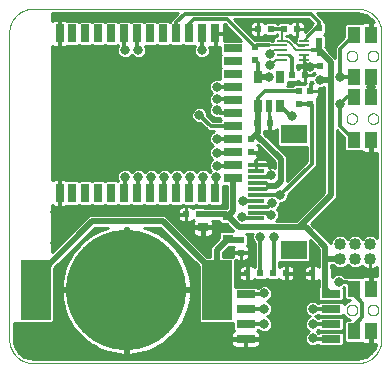
<source format=gtl>
G75*
%MOIN*%
%OFA0B0*%
%FSLAX25Y25*%
%IPPOS*%
%LPD*%
%AMOC8*
5,1,8,0,0,1.08239X$1,22.5*
%
%ADD10C,0.00000*%
%ADD11R,0.02756X0.06299*%
%ADD12R,0.06299X0.02756*%
%ADD13R,0.06496X0.02756*%
%ADD14C,0.40157*%
%ADD15R,0.09843X0.20079*%
%ADD16R,0.05512X0.01181*%
%ADD17R,0.08661X0.06299*%
%ADD18R,0.04134X0.05512*%
%ADD19R,0.02362X0.02362*%
%ADD20R,0.03150X0.03937*%
%ADD21R,0.02362X0.03937*%
%ADD22R,0.03346X0.00787*%
%ADD23R,0.03543X0.03150*%
%ADD24C,0.04000*%
%ADD25C,0.01181*%
%ADD26C,0.03150*%
%ADD27C,0.00984*%
%ADD28C,0.00787*%
%ADD29C,0.01969*%
D10*
X0050705Y0034957D02*
X0050705Y0137319D01*
X0050707Y0137509D01*
X0050714Y0137699D01*
X0050726Y0137889D01*
X0050742Y0138079D01*
X0050762Y0138268D01*
X0050788Y0138457D01*
X0050817Y0138645D01*
X0050852Y0138832D01*
X0050891Y0139018D01*
X0050934Y0139203D01*
X0050982Y0139388D01*
X0051034Y0139571D01*
X0051090Y0139752D01*
X0051151Y0139932D01*
X0051217Y0140111D01*
X0051286Y0140288D01*
X0051360Y0140464D01*
X0051438Y0140637D01*
X0051521Y0140809D01*
X0051607Y0140978D01*
X0051697Y0141146D01*
X0051792Y0141311D01*
X0051890Y0141474D01*
X0051993Y0141634D01*
X0052099Y0141792D01*
X0052209Y0141947D01*
X0052322Y0142100D01*
X0052440Y0142250D01*
X0052561Y0142396D01*
X0052685Y0142540D01*
X0052813Y0142681D01*
X0052944Y0142819D01*
X0053079Y0142954D01*
X0053217Y0143085D01*
X0053358Y0143213D01*
X0053502Y0143337D01*
X0053648Y0143458D01*
X0053798Y0143576D01*
X0053951Y0143689D01*
X0054106Y0143799D01*
X0054264Y0143905D01*
X0054424Y0144008D01*
X0054587Y0144106D01*
X0054752Y0144201D01*
X0054920Y0144291D01*
X0055089Y0144377D01*
X0055261Y0144460D01*
X0055434Y0144538D01*
X0055610Y0144612D01*
X0055787Y0144681D01*
X0055966Y0144747D01*
X0056146Y0144808D01*
X0056327Y0144864D01*
X0056510Y0144916D01*
X0056695Y0144964D01*
X0056880Y0145007D01*
X0057066Y0145046D01*
X0057253Y0145081D01*
X0057441Y0145110D01*
X0057630Y0145136D01*
X0057819Y0145156D01*
X0058009Y0145172D01*
X0058199Y0145184D01*
X0058389Y0145191D01*
X0058579Y0145193D01*
X0166846Y0145193D01*
X0167036Y0145191D01*
X0167226Y0145184D01*
X0167416Y0145172D01*
X0167606Y0145156D01*
X0167795Y0145136D01*
X0167984Y0145110D01*
X0168172Y0145081D01*
X0168359Y0145046D01*
X0168545Y0145007D01*
X0168730Y0144964D01*
X0168915Y0144916D01*
X0169098Y0144864D01*
X0169279Y0144808D01*
X0169459Y0144747D01*
X0169638Y0144681D01*
X0169815Y0144612D01*
X0169991Y0144538D01*
X0170164Y0144460D01*
X0170336Y0144377D01*
X0170505Y0144291D01*
X0170673Y0144201D01*
X0170838Y0144106D01*
X0171001Y0144008D01*
X0171161Y0143905D01*
X0171319Y0143799D01*
X0171474Y0143689D01*
X0171627Y0143576D01*
X0171777Y0143458D01*
X0171923Y0143337D01*
X0172067Y0143213D01*
X0172208Y0143085D01*
X0172346Y0142954D01*
X0172481Y0142819D01*
X0172612Y0142681D01*
X0172740Y0142540D01*
X0172864Y0142396D01*
X0172985Y0142250D01*
X0173103Y0142100D01*
X0173216Y0141947D01*
X0173326Y0141792D01*
X0173432Y0141634D01*
X0173535Y0141474D01*
X0173633Y0141311D01*
X0173728Y0141146D01*
X0173818Y0140978D01*
X0173904Y0140809D01*
X0173987Y0140637D01*
X0174065Y0140464D01*
X0174139Y0140288D01*
X0174208Y0140111D01*
X0174274Y0139932D01*
X0174335Y0139752D01*
X0174391Y0139571D01*
X0174443Y0139388D01*
X0174491Y0139203D01*
X0174534Y0139018D01*
X0174573Y0138832D01*
X0174608Y0138645D01*
X0174637Y0138457D01*
X0174663Y0138268D01*
X0174683Y0138079D01*
X0174699Y0137889D01*
X0174711Y0137699D01*
X0174718Y0137509D01*
X0174720Y0137319D01*
X0174720Y0034957D01*
X0174718Y0034767D01*
X0174711Y0034577D01*
X0174699Y0034387D01*
X0174683Y0034197D01*
X0174663Y0034008D01*
X0174637Y0033819D01*
X0174608Y0033631D01*
X0174573Y0033444D01*
X0174534Y0033258D01*
X0174491Y0033073D01*
X0174443Y0032888D01*
X0174391Y0032705D01*
X0174335Y0032524D01*
X0174274Y0032344D01*
X0174208Y0032165D01*
X0174139Y0031988D01*
X0174065Y0031812D01*
X0173987Y0031639D01*
X0173904Y0031467D01*
X0173818Y0031298D01*
X0173728Y0031130D01*
X0173633Y0030965D01*
X0173535Y0030802D01*
X0173432Y0030642D01*
X0173326Y0030484D01*
X0173216Y0030329D01*
X0173103Y0030176D01*
X0172985Y0030026D01*
X0172864Y0029880D01*
X0172740Y0029736D01*
X0172612Y0029595D01*
X0172481Y0029457D01*
X0172346Y0029322D01*
X0172208Y0029191D01*
X0172067Y0029063D01*
X0171923Y0028939D01*
X0171777Y0028818D01*
X0171627Y0028700D01*
X0171474Y0028587D01*
X0171319Y0028477D01*
X0171161Y0028371D01*
X0171001Y0028268D01*
X0170838Y0028170D01*
X0170673Y0028075D01*
X0170505Y0027985D01*
X0170336Y0027899D01*
X0170164Y0027816D01*
X0169991Y0027738D01*
X0169815Y0027664D01*
X0169638Y0027595D01*
X0169459Y0027529D01*
X0169279Y0027468D01*
X0169098Y0027412D01*
X0168915Y0027360D01*
X0168730Y0027312D01*
X0168545Y0027269D01*
X0168359Y0027230D01*
X0168172Y0027195D01*
X0167984Y0027166D01*
X0167795Y0027140D01*
X0167606Y0027120D01*
X0167416Y0027104D01*
X0167226Y0027092D01*
X0167036Y0027085D01*
X0166846Y0027083D01*
X0058579Y0027083D01*
X0058389Y0027085D01*
X0058199Y0027092D01*
X0058009Y0027104D01*
X0057819Y0027120D01*
X0057630Y0027140D01*
X0057441Y0027166D01*
X0057253Y0027195D01*
X0057066Y0027230D01*
X0056880Y0027269D01*
X0056695Y0027312D01*
X0056510Y0027360D01*
X0056327Y0027412D01*
X0056146Y0027468D01*
X0055966Y0027529D01*
X0055787Y0027595D01*
X0055610Y0027664D01*
X0055434Y0027738D01*
X0055261Y0027816D01*
X0055089Y0027899D01*
X0054920Y0027985D01*
X0054752Y0028075D01*
X0054587Y0028170D01*
X0054424Y0028268D01*
X0054264Y0028371D01*
X0054106Y0028477D01*
X0053951Y0028587D01*
X0053798Y0028700D01*
X0053648Y0028818D01*
X0053502Y0028939D01*
X0053358Y0029063D01*
X0053217Y0029191D01*
X0053079Y0029322D01*
X0052944Y0029457D01*
X0052813Y0029595D01*
X0052685Y0029736D01*
X0052561Y0029880D01*
X0052440Y0030026D01*
X0052322Y0030176D01*
X0052209Y0030329D01*
X0052099Y0030484D01*
X0051993Y0030642D01*
X0051890Y0030802D01*
X0051792Y0030965D01*
X0051697Y0031130D01*
X0051607Y0031298D01*
X0051521Y0031467D01*
X0051438Y0031639D01*
X0051360Y0031812D01*
X0051286Y0031988D01*
X0051217Y0032165D01*
X0051151Y0032344D01*
X0051090Y0032524D01*
X0051034Y0032705D01*
X0050982Y0032888D01*
X0050934Y0033073D01*
X0050891Y0033258D01*
X0050852Y0033444D01*
X0050817Y0033631D01*
X0050788Y0033819D01*
X0050762Y0034008D01*
X0050742Y0034197D01*
X0050726Y0034387D01*
X0050714Y0034577D01*
X0050707Y0034767D01*
X0050705Y0034957D01*
X0163106Y0044799D02*
X0163108Y0044883D01*
X0163114Y0044966D01*
X0163124Y0045049D01*
X0163138Y0045132D01*
X0163155Y0045214D01*
X0163177Y0045295D01*
X0163202Y0045374D01*
X0163231Y0045453D01*
X0163264Y0045530D01*
X0163300Y0045605D01*
X0163340Y0045679D01*
X0163383Y0045751D01*
X0163430Y0045820D01*
X0163480Y0045887D01*
X0163533Y0045952D01*
X0163589Y0046014D01*
X0163647Y0046074D01*
X0163709Y0046131D01*
X0163773Y0046184D01*
X0163840Y0046235D01*
X0163909Y0046282D01*
X0163980Y0046327D01*
X0164053Y0046367D01*
X0164128Y0046404D01*
X0164205Y0046438D01*
X0164283Y0046468D01*
X0164362Y0046494D01*
X0164443Y0046517D01*
X0164525Y0046535D01*
X0164607Y0046550D01*
X0164690Y0046561D01*
X0164773Y0046568D01*
X0164857Y0046571D01*
X0164941Y0046570D01*
X0165024Y0046565D01*
X0165108Y0046556D01*
X0165190Y0046543D01*
X0165272Y0046527D01*
X0165353Y0046506D01*
X0165434Y0046482D01*
X0165512Y0046454D01*
X0165590Y0046422D01*
X0165666Y0046386D01*
X0165740Y0046347D01*
X0165812Y0046305D01*
X0165882Y0046259D01*
X0165950Y0046210D01*
X0166015Y0046158D01*
X0166078Y0046103D01*
X0166138Y0046045D01*
X0166196Y0045984D01*
X0166250Y0045920D01*
X0166302Y0045854D01*
X0166350Y0045786D01*
X0166395Y0045715D01*
X0166436Y0045642D01*
X0166475Y0045568D01*
X0166509Y0045492D01*
X0166540Y0045414D01*
X0166567Y0045335D01*
X0166591Y0045254D01*
X0166610Y0045173D01*
X0166626Y0045091D01*
X0166638Y0045008D01*
X0166646Y0044924D01*
X0166650Y0044841D01*
X0166650Y0044757D01*
X0166646Y0044674D01*
X0166638Y0044590D01*
X0166626Y0044507D01*
X0166610Y0044425D01*
X0166591Y0044344D01*
X0166567Y0044263D01*
X0166540Y0044184D01*
X0166509Y0044106D01*
X0166475Y0044030D01*
X0166436Y0043956D01*
X0166395Y0043883D01*
X0166350Y0043812D01*
X0166302Y0043744D01*
X0166250Y0043678D01*
X0166196Y0043614D01*
X0166138Y0043553D01*
X0166078Y0043495D01*
X0166015Y0043440D01*
X0165950Y0043388D01*
X0165882Y0043339D01*
X0165812Y0043293D01*
X0165740Y0043251D01*
X0165666Y0043212D01*
X0165590Y0043176D01*
X0165512Y0043144D01*
X0165434Y0043116D01*
X0165353Y0043092D01*
X0165272Y0043071D01*
X0165190Y0043055D01*
X0165108Y0043042D01*
X0165024Y0043033D01*
X0164941Y0043028D01*
X0164857Y0043027D01*
X0164773Y0043030D01*
X0164690Y0043037D01*
X0164607Y0043048D01*
X0164525Y0043063D01*
X0164443Y0043081D01*
X0164362Y0043104D01*
X0164283Y0043130D01*
X0164205Y0043160D01*
X0164128Y0043194D01*
X0164053Y0043231D01*
X0163980Y0043271D01*
X0163909Y0043316D01*
X0163840Y0043363D01*
X0163773Y0043414D01*
X0163709Y0043467D01*
X0163647Y0043524D01*
X0163589Y0043584D01*
X0163533Y0043646D01*
X0163480Y0043711D01*
X0163430Y0043778D01*
X0163383Y0043847D01*
X0163340Y0043919D01*
X0163300Y0043993D01*
X0163264Y0044068D01*
X0163231Y0044145D01*
X0163202Y0044224D01*
X0163177Y0044303D01*
X0163155Y0044384D01*
X0163138Y0044466D01*
X0163124Y0044549D01*
X0163114Y0044632D01*
X0163108Y0044715D01*
X0163106Y0044799D01*
X0170193Y0044799D02*
X0170195Y0044883D01*
X0170201Y0044966D01*
X0170211Y0045049D01*
X0170225Y0045132D01*
X0170242Y0045214D01*
X0170264Y0045295D01*
X0170289Y0045374D01*
X0170318Y0045453D01*
X0170351Y0045530D01*
X0170387Y0045605D01*
X0170427Y0045679D01*
X0170470Y0045751D01*
X0170517Y0045820D01*
X0170567Y0045887D01*
X0170620Y0045952D01*
X0170676Y0046014D01*
X0170734Y0046074D01*
X0170796Y0046131D01*
X0170860Y0046184D01*
X0170927Y0046235D01*
X0170996Y0046282D01*
X0171067Y0046327D01*
X0171140Y0046367D01*
X0171215Y0046404D01*
X0171292Y0046438D01*
X0171370Y0046468D01*
X0171449Y0046494D01*
X0171530Y0046517D01*
X0171612Y0046535D01*
X0171694Y0046550D01*
X0171777Y0046561D01*
X0171860Y0046568D01*
X0171944Y0046571D01*
X0172028Y0046570D01*
X0172111Y0046565D01*
X0172195Y0046556D01*
X0172277Y0046543D01*
X0172359Y0046527D01*
X0172440Y0046506D01*
X0172521Y0046482D01*
X0172599Y0046454D01*
X0172677Y0046422D01*
X0172753Y0046386D01*
X0172827Y0046347D01*
X0172899Y0046305D01*
X0172969Y0046259D01*
X0173037Y0046210D01*
X0173102Y0046158D01*
X0173165Y0046103D01*
X0173225Y0046045D01*
X0173283Y0045984D01*
X0173337Y0045920D01*
X0173389Y0045854D01*
X0173437Y0045786D01*
X0173482Y0045715D01*
X0173523Y0045642D01*
X0173562Y0045568D01*
X0173596Y0045492D01*
X0173627Y0045414D01*
X0173654Y0045335D01*
X0173678Y0045254D01*
X0173697Y0045173D01*
X0173713Y0045091D01*
X0173725Y0045008D01*
X0173733Y0044924D01*
X0173737Y0044841D01*
X0173737Y0044757D01*
X0173733Y0044674D01*
X0173725Y0044590D01*
X0173713Y0044507D01*
X0173697Y0044425D01*
X0173678Y0044344D01*
X0173654Y0044263D01*
X0173627Y0044184D01*
X0173596Y0044106D01*
X0173562Y0044030D01*
X0173523Y0043956D01*
X0173482Y0043883D01*
X0173437Y0043812D01*
X0173389Y0043744D01*
X0173337Y0043678D01*
X0173283Y0043614D01*
X0173225Y0043553D01*
X0173165Y0043495D01*
X0173102Y0043440D01*
X0173037Y0043388D01*
X0172969Y0043339D01*
X0172899Y0043293D01*
X0172827Y0043251D01*
X0172753Y0043212D01*
X0172677Y0043176D01*
X0172599Y0043144D01*
X0172521Y0043116D01*
X0172440Y0043092D01*
X0172359Y0043071D01*
X0172277Y0043055D01*
X0172195Y0043042D01*
X0172111Y0043033D01*
X0172028Y0043028D01*
X0171944Y0043027D01*
X0171860Y0043030D01*
X0171777Y0043037D01*
X0171694Y0043048D01*
X0171612Y0043063D01*
X0171530Y0043081D01*
X0171449Y0043104D01*
X0171370Y0043130D01*
X0171292Y0043160D01*
X0171215Y0043194D01*
X0171140Y0043231D01*
X0171067Y0043271D01*
X0170996Y0043316D01*
X0170927Y0043363D01*
X0170860Y0043414D01*
X0170796Y0043467D01*
X0170734Y0043524D01*
X0170676Y0043584D01*
X0170620Y0043646D01*
X0170567Y0043711D01*
X0170517Y0043778D01*
X0170470Y0043847D01*
X0170427Y0043919D01*
X0170387Y0043993D01*
X0170351Y0044068D01*
X0170318Y0044145D01*
X0170289Y0044224D01*
X0170264Y0044303D01*
X0170242Y0044384D01*
X0170225Y0044466D01*
X0170211Y0044549D01*
X0170201Y0044632D01*
X0170195Y0044715D01*
X0170193Y0044799D01*
X0170193Y0108579D02*
X0170195Y0108663D01*
X0170201Y0108746D01*
X0170211Y0108829D01*
X0170225Y0108912D01*
X0170242Y0108994D01*
X0170264Y0109075D01*
X0170289Y0109154D01*
X0170318Y0109233D01*
X0170351Y0109310D01*
X0170387Y0109385D01*
X0170427Y0109459D01*
X0170470Y0109531D01*
X0170517Y0109600D01*
X0170567Y0109667D01*
X0170620Y0109732D01*
X0170676Y0109794D01*
X0170734Y0109854D01*
X0170796Y0109911D01*
X0170860Y0109964D01*
X0170927Y0110015D01*
X0170996Y0110062D01*
X0171067Y0110107D01*
X0171140Y0110147D01*
X0171215Y0110184D01*
X0171292Y0110218D01*
X0171370Y0110248D01*
X0171449Y0110274D01*
X0171530Y0110297D01*
X0171612Y0110315D01*
X0171694Y0110330D01*
X0171777Y0110341D01*
X0171860Y0110348D01*
X0171944Y0110351D01*
X0172028Y0110350D01*
X0172111Y0110345D01*
X0172195Y0110336D01*
X0172277Y0110323D01*
X0172359Y0110307D01*
X0172440Y0110286D01*
X0172521Y0110262D01*
X0172599Y0110234D01*
X0172677Y0110202D01*
X0172753Y0110166D01*
X0172827Y0110127D01*
X0172899Y0110085D01*
X0172969Y0110039D01*
X0173037Y0109990D01*
X0173102Y0109938D01*
X0173165Y0109883D01*
X0173225Y0109825D01*
X0173283Y0109764D01*
X0173337Y0109700D01*
X0173389Y0109634D01*
X0173437Y0109566D01*
X0173482Y0109495D01*
X0173523Y0109422D01*
X0173562Y0109348D01*
X0173596Y0109272D01*
X0173627Y0109194D01*
X0173654Y0109115D01*
X0173678Y0109034D01*
X0173697Y0108953D01*
X0173713Y0108871D01*
X0173725Y0108788D01*
X0173733Y0108704D01*
X0173737Y0108621D01*
X0173737Y0108537D01*
X0173733Y0108454D01*
X0173725Y0108370D01*
X0173713Y0108287D01*
X0173697Y0108205D01*
X0173678Y0108124D01*
X0173654Y0108043D01*
X0173627Y0107964D01*
X0173596Y0107886D01*
X0173562Y0107810D01*
X0173523Y0107736D01*
X0173482Y0107663D01*
X0173437Y0107592D01*
X0173389Y0107524D01*
X0173337Y0107458D01*
X0173283Y0107394D01*
X0173225Y0107333D01*
X0173165Y0107275D01*
X0173102Y0107220D01*
X0173037Y0107168D01*
X0172969Y0107119D01*
X0172899Y0107073D01*
X0172827Y0107031D01*
X0172753Y0106992D01*
X0172677Y0106956D01*
X0172599Y0106924D01*
X0172521Y0106896D01*
X0172440Y0106872D01*
X0172359Y0106851D01*
X0172277Y0106835D01*
X0172195Y0106822D01*
X0172111Y0106813D01*
X0172028Y0106808D01*
X0171944Y0106807D01*
X0171860Y0106810D01*
X0171777Y0106817D01*
X0171694Y0106828D01*
X0171612Y0106843D01*
X0171530Y0106861D01*
X0171449Y0106884D01*
X0171370Y0106910D01*
X0171292Y0106940D01*
X0171215Y0106974D01*
X0171140Y0107011D01*
X0171067Y0107051D01*
X0170996Y0107096D01*
X0170927Y0107143D01*
X0170860Y0107194D01*
X0170796Y0107247D01*
X0170734Y0107304D01*
X0170676Y0107364D01*
X0170620Y0107426D01*
X0170567Y0107491D01*
X0170517Y0107558D01*
X0170470Y0107627D01*
X0170427Y0107699D01*
X0170387Y0107773D01*
X0170351Y0107848D01*
X0170318Y0107925D01*
X0170289Y0108004D01*
X0170264Y0108083D01*
X0170242Y0108164D01*
X0170225Y0108246D01*
X0170211Y0108329D01*
X0170201Y0108412D01*
X0170195Y0108495D01*
X0170193Y0108579D01*
X0163106Y0108579D02*
X0163108Y0108663D01*
X0163114Y0108746D01*
X0163124Y0108829D01*
X0163138Y0108912D01*
X0163155Y0108994D01*
X0163177Y0109075D01*
X0163202Y0109154D01*
X0163231Y0109233D01*
X0163264Y0109310D01*
X0163300Y0109385D01*
X0163340Y0109459D01*
X0163383Y0109531D01*
X0163430Y0109600D01*
X0163480Y0109667D01*
X0163533Y0109732D01*
X0163589Y0109794D01*
X0163647Y0109854D01*
X0163709Y0109911D01*
X0163773Y0109964D01*
X0163840Y0110015D01*
X0163909Y0110062D01*
X0163980Y0110107D01*
X0164053Y0110147D01*
X0164128Y0110184D01*
X0164205Y0110218D01*
X0164283Y0110248D01*
X0164362Y0110274D01*
X0164443Y0110297D01*
X0164525Y0110315D01*
X0164607Y0110330D01*
X0164690Y0110341D01*
X0164773Y0110348D01*
X0164857Y0110351D01*
X0164941Y0110350D01*
X0165024Y0110345D01*
X0165108Y0110336D01*
X0165190Y0110323D01*
X0165272Y0110307D01*
X0165353Y0110286D01*
X0165434Y0110262D01*
X0165512Y0110234D01*
X0165590Y0110202D01*
X0165666Y0110166D01*
X0165740Y0110127D01*
X0165812Y0110085D01*
X0165882Y0110039D01*
X0165950Y0109990D01*
X0166015Y0109938D01*
X0166078Y0109883D01*
X0166138Y0109825D01*
X0166196Y0109764D01*
X0166250Y0109700D01*
X0166302Y0109634D01*
X0166350Y0109566D01*
X0166395Y0109495D01*
X0166436Y0109422D01*
X0166475Y0109348D01*
X0166509Y0109272D01*
X0166540Y0109194D01*
X0166567Y0109115D01*
X0166591Y0109034D01*
X0166610Y0108953D01*
X0166626Y0108871D01*
X0166638Y0108788D01*
X0166646Y0108704D01*
X0166650Y0108621D01*
X0166650Y0108537D01*
X0166646Y0108454D01*
X0166638Y0108370D01*
X0166626Y0108287D01*
X0166610Y0108205D01*
X0166591Y0108124D01*
X0166567Y0108043D01*
X0166540Y0107964D01*
X0166509Y0107886D01*
X0166475Y0107810D01*
X0166436Y0107736D01*
X0166395Y0107663D01*
X0166350Y0107592D01*
X0166302Y0107524D01*
X0166250Y0107458D01*
X0166196Y0107394D01*
X0166138Y0107333D01*
X0166078Y0107275D01*
X0166015Y0107220D01*
X0165950Y0107168D01*
X0165882Y0107119D01*
X0165812Y0107073D01*
X0165740Y0107031D01*
X0165666Y0106992D01*
X0165590Y0106956D01*
X0165512Y0106924D01*
X0165434Y0106896D01*
X0165353Y0106872D01*
X0165272Y0106851D01*
X0165190Y0106835D01*
X0165108Y0106822D01*
X0165024Y0106813D01*
X0164941Y0106808D01*
X0164857Y0106807D01*
X0164773Y0106810D01*
X0164690Y0106817D01*
X0164607Y0106828D01*
X0164525Y0106843D01*
X0164443Y0106861D01*
X0164362Y0106884D01*
X0164283Y0106910D01*
X0164205Y0106940D01*
X0164128Y0106974D01*
X0164053Y0107011D01*
X0163980Y0107051D01*
X0163909Y0107096D01*
X0163840Y0107143D01*
X0163773Y0107194D01*
X0163709Y0107247D01*
X0163647Y0107304D01*
X0163589Y0107364D01*
X0163533Y0107426D01*
X0163480Y0107491D01*
X0163430Y0107558D01*
X0163383Y0107627D01*
X0163340Y0107699D01*
X0163300Y0107773D01*
X0163264Y0107848D01*
X0163231Y0107925D01*
X0163202Y0108004D01*
X0163177Y0108083D01*
X0163155Y0108164D01*
X0163138Y0108246D01*
X0163124Y0108329D01*
X0163114Y0108412D01*
X0163108Y0108495D01*
X0163106Y0108579D01*
X0163106Y0129445D02*
X0163108Y0129529D01*
X0163114Y0129612D01*
X0163124Y0129695D01*
X0163138Y0129778D01*
X0163155Y0129860D01*
X0163177Y0129941D01*
X0163202Y0130020D01*
X0163231Y0130099D01*
X0163264Y0130176D01*
X0163300Y0130251D01*
X0163340Y0130325D01*
X0163383Y0130397D01*
X0163430Y0130466D01*
X0163480Y0130533D01*
X0163533Y0130598D01*
X0163589Y0130660D01*
X0163647Y0130720D01*
X0163709Y0130777D01*
X0163773Y0130830D01*
X0163840Y0130881D01*
X0163909Y0130928D01*
X0163980Y0130973D01*
X0164053Y0131013D01*
X0164128Y0131050D01*
X0164205Y0131084D01*
X0164283Y0131114D01*
X0164362Y0131140D01*
X0164443Y0131163D01*
X0164525Y0131181D01*
X0164607Y0131196D01*
X0164690Y0131207D01*
X0164773Y0131214D01*
X0164857Y0131217D01*
X0164941Y0131216D01*
X0165024Y0131211D01*
X0165108Y0131202D01*
X0165190Y0131189D01*
X0165272Y0131173D01*
X0165353Y0131152D01*
X0165434Y0131128D01*
X0165512Y0131100D01*
X0165590Y0131068D01*
X0165666Y0131032D01*
X0165740Y0130993D01*
X0165812Y0130951D01*
X0165882Y0130905D01*
X0165950Y0130856D01*
X0166015Y0130804D01*
X0166078Y0130749D01*
X0166138Y0130691D01*
X0166196Y0130630D01*
X0166250Y0130566D01*
X0166302Y0130500D01*
X0166350Y0130432D01*
X0166395Y0130361D01*
X0166436Y0130288D01*
X0166475Y0130214D01*
X0166509Y0130138D01*
X0166540Y0130060D01*
X0166567Y0129981D01*
X0166591Y0129900D01*
X0166610Y0129819D01*
X0166626Y0129737D01*
X0166638Y0129654D01*
X0166646Y0129570D01*
X0166650Y0129487D01*
X0166650Y0129403D01*
X0166646Y0129320D01*
X0166638Y0129236D01*
X0166626Y0129153D01*
X0166610Y0129071D01*
X0166591Y0128990D01*
X0166567Y0128909D01*
X0166540Y0128830D01*
X0166509Y0128752D01*
X0166475Y0128676D01*
X0166436Y0128602D01*
X0166395Y0128529D01*
X0166350Y0128458D01*
X0166302Y0128390D01*
X0166250Y0128324D01*
X0166196Y0128260D01*
X0166138Y0128199D01*
X0166078Y0128141D01*
X0166015Y0128086D01*
X0165950Y0128034D01*
X0165882Y0127985D01*
X0165812Y0127939D01*
X0165740Y0127897D01*
X0165666Y0127858D01*
X0165590Y0127822D01*
X0165512Y0127790D01*
X0165434Y0127762D01*
X0165353Y0127738D01*
X0165272Y0127717D01*
X0165190Y0127701D01*
X0165108Y0127688D01*
X0165024Y0127679D01*
X0164941Y0127674D01*
X0164857Y0127673D01*
X0164773Y0127676D01*
X0164690Y0127683D01*
X0164607Y0127694D01*
X0164525Y0127709D01*
X0164443Y0127727D01*
X0164362Y0127750D01*
X0164283Y0127776D01*
X0164205Y0127806D01*
X0164128Y0127840D01*
X0164053Y0127877D01*
X0163980Y0127917D01*
X0163909Y0127962D01*
X0163840Y0128009D01*
X0163773Y0128060D01*
X0163709Y0128113D01*
X0163647Y0128170D01*
X0163589Y0128230D01*
X0163533Y0128292D01*
X0163480Y0128357D01*
X0163430Y0128424D01*
X0163383Y0128493D01*
X0163340Y0128565D01*
X0163300Y0128639D01*
X0163264Y0128714D01*
X0163231Y0128791D01*
X0163202Y0128870D01*
X0163177Y0128949D01*
X0163155Y0129030D01*
X0163138Y0129112D01*
X0163124Y0129195D01*
X0163114Y0129278D01*
X0163108Y0129361D01*
X0163106Y0129445D01*
X0170193Y0129445D02*
X0170195Y0129529D01*
X0170201Y0129612D01*
X0170211Y0129695D01*
X0170225Y0129778D01*
X0170242Y0129860D01*
X0170264Y0129941D01*
X0170289Y0130020D01*
X0170318Y0130099D01*
X0170351Y0130176D01*
X0170387Y0130251D01*
X0170427Y0130325D01*
X0170470Y0130397D01*
X0170517Y0130466D01*
X0170567Y0130533D01*
X0170620Y0130598D01*
X0170676Y0130660D01*
X0170734Y0130720D01*
X0170796Y0130777D01*
X0170860Y0130830D01*
X0170927Y0130881D01*
X0170996Y0130928D01*
X0171067Y0130973D01*
X0171140Y0131013D01*
X0171215Y0131050D01*
X0171292Y0131084D01*
X0171370Y0131114D01*
X0171449Y0131140D01*
X0171530Y0131163D01*
X0171612Y0131181D01*
X0171694Y0131196D01*
X0171777Y0131207D01*
X0171860Y0131214D01*
X0171944Y0131217D01*
X0172028Y0131216D01*
X0172111Y0131211D01*
X0172195Y0131202D01*
X0172277Y0131189D01*
X0172359Y0131173D01*
X0172440Y0131152D01*
X0172521Y0131128D01*
X0172599Y0131100D01*
X0172677Y0131068D01*
X0172753Y0131032D01*
X0172827Y0130993D01*
X0172899Y0130951D01*
X0172969Y0130905D01*
X0173037Y0130856D01*
X0173102Y0130804D01*
X0173165Y0130749D01*
X0173225Y0130691D01*
X0173283Y0130630D01*
X0173337Y0130566D01*
X0173389Y0130500D01*
X0173437Y0130432D01*
X0173482Y0130361D01*
X0173523Y0130288D01*
X0173562Y0130214D01*
X0173596Y0130138D01*
X0173627Y0130060D01*
X0173654Y0129981D01*
X0173678Y0129900D01*
X0173697Y0129819D01*
X0173713Y0129737D01*
X0173725Y0129654D01*
X0173733Y0129570D01*
X0173737Y0129487D01*
X0173737Y0129403D01*
X0173733Y0129320D01*
X0173725Y0129236D01*
X0173713Y0129153D01*
X0173697Y0129071D01*
X0173678Y0128990D01*
X0173654Y0128909D01*
X0173627Y0128830D01*
X0173596Y0128752D01*
X0173562Y0128676D01*
X0173523Y0128602D01*
X0173482Y0128529D01*
X0173437Y0128458D01*
X0173389Y0128390D01*
X0173337Y0128324D01*
X0173283Y0128260D01*
X0173225Y0128199D01*
X0173165Y0128141D01*
X0173102Y0128086D01*
X0173037Y0128034D01*
X0172969Y0127985D01*
X0172899Y0127939D01*
X0172827Y0127897D01*
X0172753Y0127858D01*
X0172677Y0127822D01*
X0172599Y0127790D01*
X0172521Y0127762D01*
X0172440Y0127738D01*
X0172359Y0127717D01*
X0172277Y0127701D01*
X0172195Y0127688D01*
X0172111Y0127679D01*
X0172028Y0127674D01*
X0171944Y0127673D01*
X0171860Y0127676D01*
X0171777Y0127683D01*
X0171694Y0127694D01*
X0171612Y0127709D01*
X0171530Y0127727D01*
X0171449Y0127750D01*
X0171370Y0127776D01*
X0171292Y0127806D01*
X0171215Y0127840D01*
X0171140Y0127877D01*
X0171067Y0127917D01*
X0170996Y0127962D01*
X0170927Y0128009D01*
X0170860Y0128060D01*
X0170796Y0128113D01*
X0170734Y0128170D01*
X0170676Y0128230D01*
X0170620Y0128292D01*
X0170567Y0128357D01*
X0170517Y0128424D01*
X0170470Y0128493D01*
X0170427Y0128565D01*
X0170387Y0128639D01*
X0170351Y0128714D01*
X0170318Y0128791D01*
X0170289Y0128870D01*
X0170264Y0128949D01*
X0170242Y0129030D01*
X0170225Y0129112D01*
X0170211Y0129195D01*
X0170201Y0129278D01*
X0170195Y0129361D01*
X0170193Y0129445D01*
D11*
X0119406Y0136965D03*
X0115075Y0136965D03*
X0110744Y0136965D03*
X0106413Y0136965D03*
X0102083Y0136965D03*
X0097752Y0136965D03*
X0093421Y0136965D03*
X0089091Y0136965D03*
X0084760Y0136965D03*
X0080429Y0136965D03*
X0076098Y0136965D03*
X0071768Y0136965D03*
X0067437Y0136965D03*
X0067437Y0083815D03*
X0071768Y0083815D03*
X0076098Y0083815D03*
X0080429Y0083815D03*
X0084760Y0083815D03*
X0089091Y0083815D03*
X0093421Y0083815D03*
X0097752Y0083815D03*
X0102083Y0083815D03*
X0106413Y0083815D03*
X0110744Y0083815D03*
X0115075Y0083815D03*
X0119406Y0083815D03*
D12*
X0125311Y0088736D03*
X0125311Y0093067D03*
X0125311Y0097398D03*
X0125311Y0101728D03*
X0125311Y0106059D03*
X0125311Y0110390D03*
X0125311Y0114720D03*
X0125311Y0119051D03*
X0125311Y0123382D03*
X0125311Y0127713D03*
X0125311Y0132043D03*
D13*
X0129445Y0050134D03*
X0129445Y0045134D03*
X0129445Y0040134D03*
X0129445Y0035134D03*
X0157791Y0035134D03*
X0157791Y0040134D03*
X0157791Y0045134D03*
X0157791Y0050134D03*
D14*
X0089681Y0051492D03*
D15*
X0059563Y0051492D03*
X0119799Y0051492D03*
D16*
X0133087Y0075311D03*
X0133087Y0077280D03*
X0133087Y0079248D03*
X0133087Y0081217D03*
X0133087Y0083185D03*
X0133087Y0085154D03*
X0133087Y0087122D03*
X0133087Y0089091D03*
X0133087Y0091059D03*
X0133087Y0093028D03*
D17*
X0145488Y0103461D03*
X0145488Y0064878D03*
D18*
X0165567Y0051886D03*
X0171276Y0051886D03*
X0171276Y0037713D03*
X0165567Y0037713D03*
X0165567Y0101492D03*
X0171276Y0101492D03*
X0171276Y0115665D03*
X0165567Y0115665D03*
X0165567Y0122358D03*
X0171276Y0122358D03*
X0171276Y0136531D03*
X0165567Y0136531D03*
D19*
X0153854Y0134366D03*
X0154248Y0130429D03*
X0154248Y0126098D03*
X0149327Y0123146D03*
X0144996Y0123146D03*
X0147161Y0117831D03*
X0151098Y0117831D03*
X0151098Y0113500D03*
X0147161Y0113500D03*
X0137516Y0107004D03*
X0133185Y0107004D03*
X0131413Y0101689D03*
X0131413Y0097358D03*
X0113894Y0076689D03*
X0109563Y0076689D03*
X0127870Y0068224D03*
X0127870Y0063894D03*
X0130035Y0057004D03*
X0134366Y0057004D03*
X0138697Y0057004D03*
X0143028Y0057004D03*
X0151689Y0057004D03*
X0156020Y0057004D03*
X0132594Y0128067D03*
X0132594Y0132398D03*
X0133579Y0138500D03*
X0137909Y0138500D03*
X0142240Y0138500D03*
X0146571Y0138500D03*
X0153854Y0138697D03*
D20*
X0141059Y0122358D03*
X0133579Y0122358D03*
X0133579Y0112909D03*
X0141059Y0112909D03*
D21*
X0137319Y0112909D03*
D22*
X0141453Y0128264D03*
X0141453Y0129839D03*
X0141453Y0131413D03*
X0141453Y0132988D03*
X0141453Y0134563D03*
X0148933Y0134563D03*
X0148933Y0132988D03*
X0148933Y0131413D03*
X0148933Y0129839D03*
X0148933Y0128264D03*
D23*
X0123539Y0076098D03*
X0115272Y0072358D03*
X0123539Y0068618D03*
D24*
X0160941Y0066728D03*
X0165941Y0066728D03*
X0165941Y0061728D03*
X0160941Y0061728D03*
X0170941Y0061728D03*
X0170941Y0066728D03*
D25*
X0163205Y0054248D02*
X0160547Y0054248D01*
X0163205Y0054248D02*
X0165567Y0051886D01*
X0165567Y0050016D01*
X0168421Y0047161D01*
X0168421Y0042437D01*
X0165567Y0039583D01*
X0165567Y0037713D01*
X0157791Y0040134D02*
X0151945Y0040134D01*
X0151886Y0040075D01*
X0151886Y0035350D02*
X0152102Y0035134D01*
X0157791Y0035134D01*
X0157791Y0045134D02*
X0151945Y0045134D01*
X0151886Y0045193D01*
X0135744Y0045193D02*
X0135685Y0045134D01*
X0129445Y0045134D01*
X0129445Y0050134D02*
X0135567Y0050134D01*
X0135744Y0050311D01*
X0134366Y0057004D02*
X0134366Y0069190D01*
X0134357Y0069199D01*
X0138894Y0069199D02*
X0138894Y0057201D01*
X0138697Y0057004D01*
X0135685Y0040134D02*
X0129445Y0040134D01*
X0135685Y0040134D02*
X0135744Y0040075D01*
X0133087Y0075311D02*
X0128794Y0075311D01*
X0128156Y0075949D01*
X0133087Y0077280D02*
X0137220Y0077280D01*
X0138017Y0076483D01*
X0136935Y0079248D02*
X0133087Y0079248D01*
X0133087Y0081217D02*
X0128633Y0081217D01*
X0128547Y0081130D01*
X0133087Y0083185D02*
X0140644Y0083185D01*
X0140850Y0082979D01*
X0151492Y0093621D01*
X0151492Y0113106D01*
X0151098Y0113500D01*
X0147161Y0113500D01*
X0147161Y0117831D02*
X0135941Y0117831D01*
X0133579Y0115469D01*
X0133579Y0112909D01*
X0125311Y0114720D02*
X0124938Y0115094D01*
X0119996Y0115094D01*
X0119996Y0119209D02*
X0125154Y0119209D01*
X0125311Y0119051D01*
X0133579Y0122358D02*
X0133579Y0127083D01*
X0132594Y0128067D01*
X0132594Y0132398D02*
X0123343Y0141650D01*
X0112122Y0141650D01*
X0110744Y0140272D01*
X0110744Y0136965D01*
X0106413Y0136965D02*
X0106413Y0140665D01*
X0109350Y0143602D01*
X0151114Y0143602D01*
X0153854Y0140862D01*
X0153854Y0138697D01*
X0152870Y0138697D01*
X0150311Y0136138D01*
X0151492Y0131413D02*
X0153854Y0131413D01*
X0154248Y0126098D02*
X0150705Y0126098D01*
X0149327Y0124720D01*
X0149327Y0123146D01*
X0144996Y0123146D02*
X0144996Y0128854D01*
X0144406Y0129445D01*
X0137319Y0132988D02*
X0133185Y0132988D01*
X0132594Y0132398D01*
X0137909Y0138500D02*
X0142240Y0138500D01*
X0160950Y0131915D02*
X0165567Y0136531D01*
X0160950Y0131915D02*
X0160950Y0122358D01*
X0165567Y0122358D01*
X0165567Y0115665D02*
X0163313Y0115665D01*
X0160950Y0113303D01*
X0160950Y0106109D01*
X0165567Y0101492D01*
X0144799Y0109366D02*
X0144602Y0109366D01*
X0141059Y0112909D01*
X0125311Y0110390D02*
X0120950Y0110390D01*
X0119996Y0111344D01*
X0117791Y0106059D02*
X0114091Y0109760D01*
X0117791Y0106059D02*
X0118421Y0106059D01*
X0125311Y0106059D01*
X0125154Y0101886D02*
X0119996Y0101886D01*
X0119996Y0097161D02*
X0125075Y0097161D01*
X0125311Y0097398D01*
X0125311Y0101728D02*
X0125154Y0101886D01*
X0133087Y0094504D02*
X0134563Y0095980D01*
X0133087Y0094504D02*
X0133087Y0093028D01*
X0137516Y0093028D01*
X0137713Y0093224D01*
X0138097Y0089681D02*
X0137506Y0089091D01*
X0133087Y0089091D01*
X0133087Y0087122D02*
X0136335Y0087122D01*
X0137319Y0086138D01*
X0136335Y0085154D01*
X0133087Y0085154D01*
X0138106Y0080420D02*
X0136935Y0079248D01*
X0119602Y0084012D02*
X0119406Y0083815D01*
X0119602Y0084012D02*
X0119602Y0089081D01*
X0119996Y0092831D02*
X0125075Y0092831D01*
X0125311Y0093067D01*
X0115272Y0089287D02*
X0115272Y0084012D01*
X0115075Y0083815D01*
X0110941Y0084012D02*
X0110744Y0083815D01*
X0110941Y0084012D02*
X0110941Y0089287D01*
X0106610Y0089287D02*
X0106610Y0084012D01*
X0106413Y0083815D01*
X0102280Y0084012D02*
X0102083Y0083815D01*
X0102280Y0084012D02*
X0102280Y0089287D01*
X0097949Y0089287D02*
X0097949Y0084012D01*
X0097752Y0083815D01*
X0093618Y0084012D02*
X0093421Y0083815D01*
X0093618Y0084012D02*
X0093618Y0089287D01*
X0089287Y0089287D02*
X0089287Y0084012D01*
X0089091Y0083815D01*
X0089287Y0131413D02*
X0089091Y0131610D01*
X0089091Y0136965D01*
X0093421Y0136965D02*
X0093421Y0131610D01*
X0093618Y0131413D01*
X0114878Y0131413D02*
X0115075Y0131610D01*
X0115075Y0136965D01*
D26*
X0114878Y0131413D03*
X0110154Y0131020D03*
X0119602Y0127083D03*
X0119996Y0119209D03*
X0119996Y0115094D03*
X0119996Y0111344D03*
X0114091Y0109760D03*
X0110941Y0113303D03*
X0102673Y0109366D03*
X0115272Y0101492D03*
X0119996Y0101886D03*
X0119996Y0097161D03*
X0119996Y0092831D03*
X0119602Y0089081D03*
X0115272Y0089287D03*
X0110941Y0089287D03*
X0106610Y0089287D03*
X0102280Y0089287D03*
X0097949Y0089287D03*
X0093618Y0089287D03*
X0089287Y0089287D03*
X0084563Y0089681D03*
X0075114Y0090075D03*
X0066453Y0090075D03*
X0066453Y0095587D03*
X0066453Y0101886D03*
X0066453Y0108579D03*
X0066453Y0115665D03*
X0066453Y0122752D03*
X0066453Y0129445D03*
X0075114Y0131020D03*
X0084563Y0131413D03*
X0089287Y0131413D03*
X0093618Y0131413D03*
X0097161Y0129445D03*
X0091256Y0120783D03*
X0078657Y0117634D03*
X0084957Y0103067D03*
X0099917Y0093224D03*
X0115272Y0093618D03*
X0128547Y0081130D03*
X0128156Y0075949D03*
X0134357Y0069199D03*
X0138894Y0069199D03*
X0138017Y0076483D03*
X0138106Y0080420D03*
X0140850Y0082979D03*
X0146768Y0083382D03*
X0153657Y0087909D03*
X0161335Y0091650D03*
X0154445Y0096965D03*
X0146768Y0094406D03*
X0138097Y0089681D03*
X0134563Y0095980D03*
X0138894Y0103067D03*
X0144799Y0109366D03*
X0154445Y0109169D03*
X0160950Y0113303D03*
X0154248Y0121571D03*
X0151098Y0125902D03*
X0157791Y0132594D03*
X0150311Y0140469D03*
X0156610Y0142437D03*
X0167240Y0142043D03*
X0160950Y0122358D03*
X0171177Y0119209D03*
X0161138Y0101689D03*
X0171571Y0095587D03*
X0171571Y0082201D03*
X0160941Y0080232D03*
X0171965Y0071571D03*
X0163303Y0057398D03*
X0160547Y0054248D03*
X0151886Y0049524D03*
X0151886Y0045193D03*
X0151886Y0040075D03*
X0151886Y0035350D03*
X0147161Y0035744D03*
X0149524Y0030232D03*
X0158972Y0030232D03*
X0169602Y0031020D03*
X0139287Y0043224D03*
X0135744Y0045193D03*
X0135744Y0050311D03*
X0147161Y0057398D03*
X0152280Y0064878D03*
X0146768Y0077083D03*
X0106610Y0051492D03*
X0112122Y0043224D03*
X0123146Y0038894D03*
X0122752Y0030626D03*
X0135744Y0040075D03*
X0136531Y0030232D03*
X0104642Y0030626D03*
X0089681Y0034169D03*
X0079051Y0030232D03*
X0068028Y0040075D03*
X0060941Y0030626D03*
X0053854Y0038500D03*
X0073539Y0051886D03*
X0089681Y0051492D03*
X0089287Y0068815D03*
X0093224Y0077870D03*
X0077476Y0077870D03*
X0066059Y0077476D03*
X0066059Y0067240D03*
X0104642Y0119996D03*
X0129445Y0140469D03*
X0137605Y0130045D03*
X0137713Y0126295D03*
X0137309Y0122358D03*
D27*
X0143726Y0120872D02*
X0143726Y0119937D01*
X0143302Y0119513D01*
X0144937Y0119513D01*
X0145528Y0120104D01*
X0148795Y0120104D01*
X0148847Y0120052D01*
X0149001Y0120206D01*
X0149341Y0120402D01*
X0149603Y0120472D01*
X0149425Y0120472D01*
X0149425Y0123047D01*
X0149228Y0123047D01*
X0149228Y0120472D01*
X0147949Y0120472D01*
X0147570Y0120574D01*
X0147229Y0120771D01*
X0146952Y0121048D01*
X0146898Y0121141D01*
X0146630Y0120872D01*
X0143726Y0120872D01*
X0143726Y0120445D02*
X0149502Y0120445D01*
X0149425Y0121428D02*
X0149228Y0121428D01*
X0149228Y0122411D02*
X0149425Y0122411D01*
X0149425Y0123047D02*
X0151973Y0123047D01*
X0151987Y0123082D01*
X0152454Y0123548D01*
X0152151Y0123723D01*
X0152000Y0123874D01*
X0152000Y0123244D01*
X0149425Y0123244D01*
X0149228Y0123244D01*
X0149228Y0125819D01*
X0147949Y0125819D01*
X0147570Y0125717D01*
X0147229Y0125521D01*
X0146952Y0125243D01*
X0146898Y0125150D01*
X0146679Y0125370D01*
X0146679Y0126483D01*
X0146684Y0126480D01*
X0147063Y0126378D01*
X0148933Y0126378D01*
X0148933Y0128264D01*
X0148933Y0129838D01*
X0148933Y0129838D01*
X0148933Y0128264D01*
X0148933Y0128264D01*
X0148933Y0128264D01*
X0148933Y0126378D01*
X0150803Y0126378D01*
X0151182Y0126480D01*
X0151522Y0126676D01*
X0151575Y0126728D01*
X0151575Y0126197D01*
X0154150Y0126197D01*
X0154150Y0126000D01*
X0151575Y0126000D01*
X0151575Y0125370D01*
X0151424Y0125521D01*
X0151084Y0125717D01*
X0150704Y0125819D01*
X0149425Y0125819D01*
X0149425Y0123244D01*
X0149425Y0123047D01*
X0149425Y0123393D02*
X0149228Y0123393D01*
X0149228Y0124376D02*
X0149425Y0124376D01*
X0149425Y0125359D02*
X0149228Y0125359D01*
X0148933Y0127325D02*
X0148933Y0127325D01*
X0148933Y0128307D02*
X0148933Y0128307D01*
X0148933Y0129290D02*
X0148933Y0129290D01*
X0148933Y0132988D02*
X0146901Y0132988D01*
X0146900Y0132988D01*
X0148933Y0132988D01*
X0148933Y0132988D01*
X0146168Y0134400D02*
X0146066Y0134298D01*
X0145892Y0133997D01*
X0145605Y0134283D01*
X0145605Y0134409D01*
X0144836Y0135178D01*
X0143966Y0136049D01*
X0142939Y0136049D01*
X0142939Y0136227D01*
X0143874Y0136227D01*
X0144142Y0136495D01*
X0144196Y0136403D01*
X0144474Y0136125D01*
X0144814Y0135928D01*
X0145193Y0135827D01*
X0146472Y0135827D01*
X0146472Y0138401D01*
X0146669Y0138401D01*
X0146669Y0135911D01*
X0146168Y0135409D01*
X0146168Y0134400D01*
X0146011Y0134204D02*
X0145685Y0134204D01*
X0146168Y0135187D02*
X0144828Y0135187D01*
X0144429Y0136169D02*
X0142939Y0136169D01*
X0139967Y0136169D02*
X0135721Y0136169D01*
X0135676Y0136125D02*
X0135954Y0136403D01*
X0136007Y0136495D01*
X0136276Y0136227D01*
X0139543Y0136227D01*
X0139967Y0136651D01*
X0139967Y0136049D01*
X0139327Y0136049D01*
X0138687Y0135409D01*
X0138687Y0134474D01*
X0138213Y0134474D01*
X0138016Y0134671D01*
X0134228Y0134671D01*
X0132701Y0134671D01*
X0125452Y0141920D01*
X0150417Y0141920D01*
X0151794Y0140543D01*
X0151581Y0140330D01*
X0151581Y0139788D01*
X0151187Y0139394D01*
X0149244Y0137451D01*
X0149244Y0138402D01*
X0146669Y0138402D01*
X0146669Y0138598D01*
X0149244Y0138598D01*
X0149244Y0139878D01*
X0149142Y0140257D01*
X0148946Y0140597D01*
X0148668Y0140875D01*
X0148328Y0141072D01*
X0147948Y0141173D01*
X0146669Y0141173D01*
X0146669Y0138598D01*
X0146472Y0138598D01*
X0146472Y0141173D01*
X0145193Y0141173D01*
X0144814Y0141072D01*
X0144474Y0140875D01*
X0144196Y0140597D01*
X0144142Y0140505D01*
X0143874Y0140773D01*
X0140607Y0140773D01*
X0140075Y0140241D01*
X0139543Y0140773D01*
X0136276Y0140773D01*
X0136007Y0140505D01*
X0135954Y0140597D01*
X0135676Y0140875D01*
X0135336Y0141072D01*
X0134956Y0141173D01*
X0133677Y0141173D01*
X0133677Y0138598D01*
X0133480Y0138598D01*
X0133480Y0138402D01*
X0130906Y0138402D01*
X0130906Y0137122D01*
X0131007Y0136743D01*
X0131204Y0136403D01*
X0131481Y0136125D01*
X0131822Y0135928D01*
X0132201Y0135827D01*
X0133480Y0135827D01*
X0133480Y0138401D01*
X0133677Y0138401D01*
X0133677Y0135827D01*
X0134956Y0135827D01*
X0135336Y0135928D01*
X0135676Y0136125D01*
X0133677Y0136169D02*
X0133480Y0136169D01*
X0133480Y0137152D02*
X0133677Y0137152D01*
X0133677Y0138135D02*
X0133480Y0138135D01*
X0133480Y0138598D02*
X0130906Y0138598D01*
X0130906Y0139878D01*
X0131007Y0140257D01*
X0131204Y0140597D01*
X0131481Y0140875D01*
X0131822Y0141072D01*
X0132201Y0141173D01*
X0133480Y0141173D01*
X0133480Y0138598D01*
X0133480Y0139118D02*
X0133677Y0139118D01*
X0133677Y0140100D02*
X0133480Y0140100D01*
X0133480Y0141083D02*
X0133677Y0141083D01*
X0135292Y0141083D02*
X0144857Y0141083D01*
X0146472Y0141083D02*
X0146669Y0141083D01*
X0146669Y0140100D02*
X0146472Y0140100D01*
X0146472Y0139118D02*
X0146669Y0139118D01*
X0146669Y0138135D02*
X0146472Y0138135D01*
X0146472Y0137152D02*
X0146669Y0137152D01*
X0146669Y0136169D02*
X0146472Y0136169D01*
X0149244Y0138135D02*
X0149929Y0138135D01*
X0149244Y0139118D02*
X0150911Y0139118D01*
X0151581Y0140100D02*
X0149184Y0140100D01*
X0148284Y0141083D02*
X0151254Y0141083D01*
X0153395Y0143701D02*
X0166228Y0143701D01*
X0166846Y0143701D01*
X0167845Y0143622D01*
X0169744Y0143005D01*
X0171359Y0141832D01*
X0172124Y0140780D01*
X0171768Y0140780D01*
X0171768Y0137024D01*
X0170783Y0137024D01*
X0170783Y0140780D01*
X0169012Y0140780D01*
X0168633Y0140678D01*
X0168292Y0140481D01*
X0168138Y0140327D01*
X0168086Y0140380D01*
X0163048Y0140380D01*
X0162408Y0139740D01*
X0162408Y0135752D01*
X0159268Y0132612D01*
X0159268Y0128936D01*
X0156915Y0131289D01*
X0156521Y0131683D01*
X0156521Y0132063D01*
X0155989Y0132594D01*
X0156128Y0132733D01*
X0156128Y0136000D01*
X0155596Y0136531D01*
X0156128Y0137063D01*
X0156128Y0140330D01*
X0155537Y0140921D01*
X0155537Y0141559D01*
X0153395Y0143701D01*
X0154047Y0143049D02*
X0169610Y0143049D01*
X0171036Y0142066D02*
X0155030Y0142066D01*
X0155537Y0141083D02*
X0171903Y0141083D01*
X0171768Y0140100D02*
X0170783Y0140100D01*
X0170783Y0139118D02*
X0171768Y0139118D01*
X0171768Y0138135D02*
X0170783Y0138135D01*
X0170783Y0137152D02*
X0171768Y0137152D01*
X0162408Y0137152D02*
X0156128Y0137152D01*
X0156128Y0138135D02*
X0162408Y0138135D01*
X0162408Y0139118D02*
X0156128Y0139118D01*
X0156128Y0140100D02*
X0162769Y0140100D01*
X0162408Y0136169D02*
X0155958Y0136169D01*
X0156128Y0135187D02*
X0161842Y0135187D01*
X0160860Y0134204D02*
X0156128Y0134204D01*
X0156128Y0133221D02*
X0159877Y0133221D01*
X0159268Y0132238D02*
X0156345Y0132238D01*
X0156949Y0131256D02*
X0159268Y0131256D01*
X0159268Y0130273D02*
X0157931Y0130273D01*
X0158914Y0129290D02*
X0159268Y0129290D01*
X0151575Y0126342D02*
X0146679Y0126342D01*
X0146689Y0125359D02*
X0147068Y0125359D01*
X0152000Y0123393D02*
X0152299Y0123393D01*
X0151614Y0120961D02*
X0151803Y0120504D01*
X0151197Y0120504D01*
X0151197Y0117929D01*
X0153772Y0117929D01*
X0153772Y0118904D01*
X0154779Y0118904D01*
X0155715Y0119292D01*
X0155715Y0083848D01*
X0146301Y0074435D01*
X0139741Y0074435D01*
X0140278Y0074972D01*
X0140684Y0075952D01*
X0140684Y0077013D01*
X0140278Y0077993D01*
X0139865Y0078407D01*
X0140367Y0078909D01*
X0140773Y0079889D01*
X0140773Y0080312D01*
X0141380Y0080312D01*
X0142361Y0080718D01*
X0143111Y0081468D01*
X0143517Y0082448D01*
X0143517Y0083266D01*
X0152189Y0091938D01*
X0153175Y0092924D01*
X0153175Y0111670D01*
X0153372Y0111867D01*
X0153372Y0115133D01*
X0153103Y0115402D01*
X0153196Y0115456D01*
X0153474Y0115733D01*
X0153670Y0116074D01*
X0153772Y0116453D01*
X0153772Y0117732D01*
X0151197Y0117732D01*
X0151197Y0117929D01*
X0151000Y0117929D01*
X0151000Y0120504D01*
X0150822Y0120504D01*
X0151084Y0120574D01*
X0151424Y0120771D01*
X0151614Y0120961D01*
X0151197Y0120445D02*
X0151000Y0120445D01*
X0151000Y0119462D02*
X0151197Y0119462D01*
X0151197Y0118480D02*
X0151000Y0118480D01*
X0153772Y0118480D02*
X0155715Y0118480D01*
X0155715Y0117497D02*
X0153772Y0117497D01*
X0153772Y0116514D02*
X0155715Y0116514D01*
X0155715Y0115531D02*
X0153271Y0115531D01*
X0153372Y0114549D02*
X0155715Y0114549D01*
X0155715Y0113566D02*
X0153372Y0113566D01*
X0153372Y0112583D02*
X0155715Y0112583D01*
X0155715Y0111600D02*
X0153175Y0111600D01*
X0153175Y0110618D02*
X0155715Y0110618D01*
X0155715Y0109635D02*
X0153175Y0109635D01*
X0153175Y0108652D02*
X0155715Y0108652D01*
X0155715Y0107669D02*
X0153175Y0107669D01*
X0153175Y0106687D02*
X0155715Y0106687D01*
X0155715Y0105704D02*
X0153175Y0105704D01*
X0153175Y0104721D02*
X0155715Y0104721D01*
X0155715Y0103738D02*
X0153175Y0103738D01*
X0153175Y0102755D02*
X0155715Y0102755D01*
X0155715Y0101773D02*
X0153175Y0101773D01*
X0153175Y0100790D02*
X0155715Y0100790D01*
X0155715Y0099807D02*
X0153175Y0099807D01*
X0153175Y0098824D02*
X0155715Y0098824D01*
X0155715Y0097842D02*
X0153175Y0097842D01*
X0153175Y0096859D02*
X0155715Y0096859D01*
X0155715Y0095876D02*
X0153175Y0095876D01*
X0153175Y0094893D02*
X0155715Y0094893D01*
X0155715Y0093911D02*
X0153175Y0093911D01*
X0153175Y0092928D02*
X0155715Y0092928D01*
X0155715Y0091945D02*
X0152196Y0091945D01*
X0151213Y0090962D02*
X0155715Y0090962D01*
X0155715Y0089980D02*
X0150230Y0089980D01*
X0149248Y0088997D02*
X0155715Y0088997D01*
X0155715Y0088014D02*
X0148265Y0088014D01*
X0147282Y0087031D02*
X0155715Y0087031D01*
X0155715Y0086048D02*
X0146299Y0086048D01*
X0145317Y0085066D02*
X0155715Y0085066D01*
X0155715Y0084083D02*
X0144334Y0084083D01*
X0143517Y0083100D02*
X0154967Y0083100D01*
X0153984Y0082117D02*
X0143380Y0082117D01*
X0142778Y0081135D02*
X0153001Y0081135D01*
X0152019Y0080152D02*
X0140773Y0080152D01*
X0140475Y0079169D02*
X0151036Y0079169D01*
X0150053Y0078186D02*
X0140085Y0078186D01*
X0140605Y0077204D02*
X0149070Y0077204D01*
X0148088Y0076221D02*
X0140684Y0076221D01*
X0140388Y0075238D02*
X0147105Y0075238D01*
X0151279Y0073539D02*
X0158651Y0080912D01*
X0159868Y0082128D01*
X0159868Y0104812D01*
X0162408Y0102272D01*
X0162408Y0098284D01*
X0163048Y0097644D01*
X0168086Y0097644D01*
X0168138Y0097696D01*
X0168292Y0097542D01*
X0168633Y0097346D01*
X0169012Y0097244D01*
X0170783Y0097244D01*
X0170783Y0101000D01*
X0171768Y0101000D01*
X0171768Y0097244D01*
X0173228Y0097244D01*
X0173228Y0068814D01*
X0172692Y0069350D01*
X0171556Y0069820D01*
X0170326Y0069820D01*
X0169189Y0069350D01*
X0168441Y0068601D01*
X0167692Y0069350D01*
X0166556Y0069820D01*
X0165326Y0069820D01*
X0164189Y0069350D01*
X0163441Y0068601D01*
X0162692Y0069350D01*
X0161556Y0069820D01*
X0160326Y0069820D01*
X0159189Y0069350D01*
X0158320Y0068480D01*
X0157849Y0067343D01*
X0157849Y0066969D01*
X0151600Y0073218D01*
X0151279Y0073539D01*
X0151546Y0073273D02*
X0173228Y0073273D01*
X0173228Y0074255D02*
X0151995Y0074255D01*
X0152978Y0075238D02*
X0173228Y0075238D01*
X0173228Y0076221D02*
X0153960Y0076221D01*
X0154943Y0077204D02*
X0173228Y0077204D01*
X0173228Y0078186D02*
X0155926Y0078186D01*
X0156909Y0079169D02*
X0173228Y0079169D01*
X0173228Y0080152D02*
X0157891Y0080152D01*
X0158874Y0081135D02*
X0173228Y0081135D01*
X0173228Y0082117D02*
X0159857Y0082117D01*
X0159868Y0083100D02*
X0173228Y0083100D01*
X0173228Y0084083D02*
X0159868Y0084083D01*
X0159868Y0085066D02*
X0173228Y0085066D01*
X0173228Y0086048D02*
X0159868Y0086048D01*
X0159868Y0087031D02*
X0173228Y0087031D01*
X0173228Y0088014D02*
X0159868Y0088014D01*
X0159868Y0088997D02*
X0173228Y0088997D01*
X0173228Y0089980D02*
X0159868Y0089980D01*
X0159868Y0090962D02*
X0173228Y0090962D01*
X0173228Y0091945D02*
X0159868Y0091945D01*
X0159868Y0092928D02*
X0173228Y0092928D01*
X0173228Y0093911D02*
X0159868Y0093911D01*
X0159868Y0094893D02*
X0173228Y0094893D01*
X0173228Y0095876D02*
X0159868Y0095876D01*
X0159868Y0096859D02*
X0173228Y0096859D01*
X0171768Y0097842D02*
X0170783Y0097842D01*
X0170783Y0098824D02*
X0171768Y0098824D01*
X0171768Y0099807D02*
X0170783Y0099807D01*
X0170783Y0100790D02*
X0171768Y0100790D01*
X0162408Y0100790D02*
X0159868Y0100790D01*
X0159868Y0101773D02*
X0162408Y0101773D01*
X0161924Y0102755D02*
X0159868Y0102755D01*
X0159868Y0103738D02*
X0160941Y0103738D01*
X0159958Y0104721D02*
X0159868Y0104721D01*
X0159868Y0099807D02*
X0162408Y0099807D01*
X0162408Y0098824D02*
X0159868Y0098824D01*
X0159868Y0097842D02*
X0162850Y0097842D01*
X0149809Y0097842D02*
X0141347Y0097842D01*
X0142116Y0097072D02*
X0135655Y0103533D01*
X0135655Y0104492D01*
X0135759Y0104432D01*
X0136138Y0104331D01*
X0137417Y0104331D01*
X0137417Y0106905D01*
X0137614Y0106905D01*
X0137614Y0104331D01*
X0138893Y0104331D01*
X0139273Y0104432D01*
X0139613Y0104629D01*
X0139891Y0104907D01*
X0140065Y0105209D01*
X0140065Y0099859D01*
X0140705Y0099219D01*
X0149809Y0099219D01*
X0149809Y0094318D01*
X0143332Y0087841D01*
X0143332Y0095856D01*
X0142116Y0097072D01*
X0142330Y0096859D02*
X0149809Y0096859D01*
X0149809Y0095876D02*
X0143312Y0095876D01*
X0143332Y0094893D02*
X0149809Y0094893D01*
X0149402Y0093911D02*
X0143332Y0093911D01*
X0143332Y0092928D02*
X0148419Y0092928D01*
X0147437Y0091945D02*
X0143332Y0091945D01*
X0143332Y0090962D02*
X0146454Y0090962D01*
X0145471Y0089980D02*
X0143332Y0089980D01*
X0143332Y0088997D02*
X0144488Y0088997D01*
X0143506Y0088014D02*
X0143332Y0088014D01*
X0139180Y0092119D02*
X0138627Y0092348D01*
X0137566Y0092348D01*
X0137335Y0092252D01*
X0137335Y0093027D01*
X0136440Y0093027D01*
X0136440Y0093028D01*
X0137335Y0093028D01*
X0137335Y0093815D01*
X0137233Y0094194D01*
X0137037Y0094534D01*
X0136759Y0094812D01*
X0136418Y0095009D01*
X0136039Y0095110D01*
X0133638Y0095110D01*
X0133788Y0095261D01*
X0133985Y0095601D01*
X0134087Y0095981D01*
X0134087Y0097260D01*
X0131512Y0097260D01*
X0131512Y0097457D01*
X0134087Y0097457D01*
X0134087Y0098736D01*
X0133985Y0099115D01*
X0133788Y0099456D01*
X0133511Y0099733D01*
X0133418Y0099787D01*
X0133473Y0099842D01*
X0139180Y0094136D01*
X0139180Y0092119D01*
X0139180Y0092928D02*
X0137335Y0092928D01*
X0137309Y0093911D02*
X0139180Y0093911D01*
X0138422Y0094893D02*
X0136618Y0094893D01*
X0137439Y0095876D02*
X0134059Y0095876D01*
X0134087Y0096859D02*
X0136457Y0096859D01*
X0135474Y0097842D02*
X0134087Y0097842D01*
X0134063Y0098824D02*
X0134491Y0098824D01*
X0133508Y0099807D02*
X0133438Y0099807D01*
X0136433Y0102755D02*
X0140065Y0102755D01*
X0140065Y0101773D02*
X0137416Y0101773D01*
X0138398Y0100790D02*
X0140065Y0100790D01*
X0140117Y0099807D02*
X0139381Y0099807D01*
X0140364Y0098824D02*
X0149809Y0098824D01*
X0140065Y0103738D02*
X0135655Y0103738D01*
X0137417Y0104721D02*
X0137614Y0104721D01*
X0137614Y0105704D02*
X0137417Y0105704D01*
X0137417Y0106687D02*
X0137614Y0106687D01*
X0137614Y0107102D02*
X0137417Y0107102D01*
X0137417Y0109677D01*
X0137220Y0109677D01*
X0137220Y0112811D01*
X0137417Y0112811D01*
X0137417Y0109449D01*
X0137614Y0109449D01*
X0137614Y0107102D01*
X0137614Y0107669D02*
X0137417Y0107669D01*
X0137417Y0108652D02*
X0137614Y0108652D01*
X0137417Y0109635D02*
X0137417Y0109635D01*
X0137417Y0110618D02*
X0137220Y0110618D01*
X0137220Y0111600D02*
X0137417Y0111600D01*
X0137417Y0112583D02*
X0137220Y0112583D01*
X0139705Y0104721D02*
X0140065Y0104721D01*
X0133087Y0094764D02*
X0133087Y0093028D01*
X0133087Y0093028D01*
X0133087Y0094764D01*
X0133087Y0094764D01*
X0133087Y0093911D02*
X0133087Y0093911D01*
X0133087Y0093027D02*
X0133087Y0091059D01*
X0133087Y0091059D01*
X0133087Y0093027D01*
X0133087Y0093027D01*
X0133087Y0092928D02*
X0133087Y0092928D01*
X0133087Y0091945D02*
X0133087Y0091945D01*
X0123235Y0086266D02*
X0123235Y0078765D01*
X0115724Y0078765D01*
X0115527Y0078962D01*
X0112260Y0078962D01*
X0111992Y0078694D01*
X0111938Y0078786D01*
X0111660Y0079064D01*
X0111320Y0079261D01*
X0110941Y0079362D01*
X0109661Y0079362D01*
X0109661Y0076787D01*
X0109465Y0076787D01*
X0109464Y0076787D02*
X0109464Y0076591D01*
X0106890Y0076591D01*
X0106890Y0075311D01*
X0106991Y0074932D01*
X0107188Y0074592D01*
X0107466Y0074314D01*
X0107806Y0074117D01*
X0108185Y0074016D01*
X0109465Y0074016D01*
X0109465Y0076590D01*
X0109661Y0076590D01*
X0109661Y0074016D01*
X0110941Y0074016D01*
X0111320Y0074117D01*
X0111660Y0074314D01*
X0111938Y0074592D01*
X0111992Y0074684D01*
X0112131Y0074545D01*
X0112110Y0074509D01*
X0112008Y0074130D01*
X0112008Y0072654D01*
X0114976Y0072654D01*
X0114976Y0072063D01*
X0112008Y0072063D01*
X0112008Y0070587D01*
X0112110Y0070208D01*
X0112306Y0069867D01*
X0112584Y0069589D01*
X0112924Y0069393D01*
X0113304Y0069291D01*
X0114976Y0069291D01*
X0114976Y0072063D01*
X0115567Y0072063D01*
X0115567Y0072654D01*
X0118535Y0072654D01*
X0118535Y0074130D01*
X0118434Y0074509D01*
X0118374Y0074613D01*
X0120676Y0074613D01*
X0120676Y0074071D01*
X0121315Y0073431D01*
X0123270Y0073431D01*
X0125416Y0071285D01*
X0121315Y0071285D01*
X0120676Y0070645D01*
X0120676Y0068691D01*
X0117723Y0065738D01*
X0117723Y0062624D01*
X0116525Y0062624D01*
X0103962Y0075187D01*
X0102746Y0076403D01*
X0077404Y0076403D01*
X0064976Y0063976D01*
X0064976Y0079638D01*
X0065143Y0079471D01*
X0065483Y0079275D01*
X0065863Y0079173D01*
X0067240Y0079173D01*
X0067240Y0083618D01*
X0067634Y0083618D01*
X0067634Y0079173D01*
X0069011Y0079173D01*
X0069391Y0079275D01*
X0069731Y0079471D01*
X0069885Y0079625D01*
X0069937Y0079573D01*
X0073598Y0079573D01*
X0073933Y0079908D01*
X0074268Y0079573D01*
X0077929Y0079573D01*
X0078264Y0079908D01*
X0078599Y0079573D01*
X0082259Y0079573D01*
X0082594Y0079908D01*
X0082930Y0079573D01*
X0086590Y0079573D01*
X0086925Y0079908D01*
X0087260Y0079573D01*
X0090921Y0079573D01*
X0091256Y0079908D01*
X0091591Y0079573D01*
X0095252Y0079573D01*
X0095587Y0079908D01*
X0095922Y0079573D01*
X0099582Y0079573D01*
X0099917Y0079908D01*
X0100252Y0079573D01*
X0103913Y0079573D01*
X0104248Y0079908D01*
X0104583Y0079573D01*
X0108244Y0079573D01*
X0108579Y0079908D01*
X0108914Y0079573D01*
X0112574Y0079573D01*
X0112909Y0079908D01*
X0113244Y0079573D01*
X0116905Y0079573D01*
X0117240Y0079908D01*
X0117575Y0079573D01*
X0121236Y0079573D01*
X0121876Y0080213D01*
X0121876Y0086266D01*
X0123235Y0086266D01*
X0123235Y0086048D02*
X0121876Y0086048D01*
X0121876Y0085066D02*
X0123235Y0085066D01*
X0123235Y0084083D02*
X0121876Y0084083D01*
X0121876Y0083100D02*
X0123235Y0083100D01*
X0123235Y0082117D02*
X0121876Y0082117D01*
X0121876Y0081135D02*
X0123235Y0081135D01*
X0123235Y0080152D02*
X0121814Y0080152D01*
X0123235Y0079169D02*
X0111478Y0079169D01*
X0109661Y0079169D02*
X0109465Y0079169D01*
X0109465Y0079362D02*
X0108185Y0079362D01*
X0107806Y0079261D01*
X0107466Y0079064D01*
X0107188Y0078786D01*
X0106991Y0078446D01*
X0106890Y0078067D01*
X0106890Y0076787D01*
X0109464Y0076787D01*
X0109465Y0076787D02*
X0109465Y0079362D01*
X0109465Y0078186D02*
X0109661Y0078186D01*
X0109661Y0077204D02*
X0109465Y0077204D01*
X0109465Y0076221D02*
X0109661Y0076221D01*
X0109661Y0075238D02*
X0109465Y0075238D01*
X0109465Y0074255D02*
X0109661Y0074255D01*
X0111559Y0074255D02*
X0112042Y0074255D01*
X0112008Y0073273D02*
X0105876Y0073273D01*
X0104894Y0074255D02*
X0107567Y0074255D01*
X0106909Y0075238D02*
X0103911Y0075238D01*
X0102928Y0076221D02*
X0106890Y0076221D01*
X0106890Y0077204D02*
X0064976Y0077204D01*
X0064976Y0078186D02*
X0106922Y0078186D01*
X0107648Y0079169D02*
X0064976Y0079169D01*
X0067240Y0080152D02*
X0067634Y0080152D01*
X0067634Y0081135D02*
X0067240Y0081135D01*
X0067240Y0082117D02*
X0067634Y0082117D01*
X0067634Y0083100D02*
X0067240Y0083100D01*
X0067240Y0084012D02*
X0067240Y0088457D01*
X0065863Y0088457D01*
X0065483Y0088355D01*
X0065143Y0088159D01*
X0064976Y0087992D01*
X0064976Y0132787D01*
X0065143Y0132621D01*
X0065483Y0132425D01*
X0065863Y0132323D01*
X0067240Y0132323D01*
X0067240Y0136768D01*
X0067634Y0136768D01*
X0067634Y0132323D01*
X0069011Y0132323D01*
X0069391Y0132425D01*
X0069731Y0132621D01*
X0069885Y0132775D01*
X0069937Y0132723D01*
X0073598Y0132723D01*
X0073933Y0133058D01*
X0074268Y0132723D01*
X0077929Y0132723D01*
X0078264Y0133058D01*
X0078599Y0132723D01*
X0082259Y0132723D01*
X0082594Y0133058D01*
X0082930Y0132723D01*
X0086590Y0132723D01*
X0086925Y0133058D01*
X0087043Y0132940D01*
X0087026Y0132924D01*
X0086620Y0131944D01*
X0086620Y0130883D01*
X0087026Y0129903D01*
X0087777Y0129152D01*
X0088757Y0128746D01*
X0089818Y0128746D01*
X0090798Y0129152D01*
X0091453Y0129807D01*
X0092107Y0129152D01*
X0093088Y0128746D01*
X0094149Y0128746D01*
X0095129Y0129152D01*
X0095879Y0129903D01*
X0096285Y0130883D01*
X0096285Y0131944D01*
X0095962Y0132723D01*
X0099582Y0132723D01*
X0099917Y0133058D01*
X0100252Y0132723D01*
X0103913Y0132723D01*
X0104248Y0133058D01*
X0104583Y0132723D01*
X0108244Y0132723D01*
X0108579Y0133058D01*
X0108914Y0132723D01*
X0112534Y0132723D01*
X0112211Y0131944D01*
X0112211Y0130883D01*
X0112617Y0129903D01*
X0113367Y0129152D01*
X0114347Y0128746D01*
X0115408Y0128746D01*
X0116389Y0129152D01*
X0117139Y0129903D01*
X0117545Y0130883D01*
X0117545Y0131944D01*
X0117312Y0132505D01*
X0117452Y0132425D01*
X0117831Y0132323D01*
X0119209Y0132323D01*
X0119209Y0136768D01*
X0119602Y0136768D01*
X0119602Y0132323D01*
X0120980Y0132323D01*
X0121069Y0132347D01*
X0121069Y0130213D01*
X0121404Y0129878D01*
X0121069Y0129543D01*
X0121069Y0125882D01*
X0121404Y0125547D01*
X0121069Y0125212D01*
X0121069Y0121651D01*
X0120527Y0121876D01*
X0119466Y0121876D01*
X0118485Y0121470D01*
X0117735Y0120719D01*
X0117329Y0119739D01*
X0117329Y0118678D01*
X0117735Y0117698D01*
X0118282Y0117151D01*
X0117735Y0116604D01*
X0117329Y0115624D01*
X0117329Y0114563D01*
X0117735Y0113583D01*
X0118099Y0113219D01*
X0117735Y0112855D01*
X0117329Y0111875D01*
X0117329Y0110814D01*
X0117735Y0109833D01*
X0118485Y0109083D01*
X0119466Y0108677D01*
X0120527Y0108677D01*
X0120599Y0108707D01*
X0121069Y0108707D01*
X0121069Y0108559D01*
X0121404Y0108224D01*
X0121069Y0107889D01*
X0121069Y0107742D01*
X0118488Y0107742D01*
X0116757Y0109473D01*
X0116757Y0110290D01*
X0116351Y0111271D01*
X0115601Y0112021D01*
X0114621Y0112427D01*
X0113560Y0112427D01*
X0112580Y0112021D01*
X0111830Y0111271D01*
X0111424Y0110290D01*
X0111424Y0109229D01*
X0111830Y0108249D01*
X0112580Y0107499D01*
X0113560Y0107093D01*
X0114378Y0107093D01*
X0116109Y0105362D01*
X0117094Y0104376D01*
X0119040Y0104376D01*
X0118485Y0104147D01*
X0117735Y0103397D01*
X0117329Y0102416D01*
X0117329Y0101355D01*
X0117735Y0100375D01*
X0118485Y0099625D01*
X0118730Y0099524D01*
X0118485Y0099422D01*
X0117735Y0098672D01*
X0117329Y0097692D01*
X0117329Y0096631D01*
X0117735Y0095651D01*
X0118390Y0094996D01*
X0117735Y0094341D01*
X0117329Y0093361D01*
X0117329Y0092300D01*
X0117735Y0091320D01*
X0117902Y0091153D01*
X0117537Y0090787D01*
X0117533Y0090798D01*
X0116782Y0091548D01*
X0115802Y0091954D01*
X0114741Y0091954D01*
X0113761Y0091548D01*
X0113106Y0090894D01*
X0112452Y0091548D01*
X0111471Y0091954D01*
X0110410Y0091954D01*
X0109430Y0091548D01*
X0108776Y0090894D01*
X0108121Y0091548D01*
X0107141Y0091954D01*
X0106080Y0091954D01*
X0105100Y0091548D01*
X0104445Y0090894D01*
X0103790Y0091548D01*
X0102810Y0091954D01*
X0101749Y0091954D01*
X0100769Y0091548D01*
X0100114Y0090894D01*
X0099460Y0091548D01*
X0098479Y0091954D01*
X0097418Y0091954D01*
X0096438Y0091548D01*
X0095783Y0090894D01*
X0095129Y0091548D01*
X0094149Y0091954D01*
X0093088Y0091954D01*
X0092107Y0091548D01*
X0091453Y0090894D01*
X0090798Y0091548D01*
X0089818Y0091954D01*
X0088757Y0091954D01*
X0087777Y0091548D01*
X0087026Y0090798D01*
X0086620Y0089818D01*
X0086620Y0088757D01*
X0087013Y0087809D01*
X0086925Y0087722D01*
X0086590Y0088057D01*
X0082930Y0088057D01*
X0082594Y0087722D01*
X0082259Y0088057D01*
X0078599Y0088057D01*
X0078264Y0087722D01*
X0077929Y0088057D01*
X0074268Y0088057D01*
X0073933Y0087722D01*
X0073598Y0088057D01*
X0069937Y0088057D01*
X0069885Y0088004D01*
X0069731Y0088159D01*
X0069391Y0088355D01*
X0069011Y0088457D01*
X0067634Y0088457D01*
X0067634Y0084012D01*
X0067240Y0084012D01*
X0067240Y0084083D02*
X0067634Y0084083D01*
X0067634Y0085066D02*
X0067240Y0085066D01*
X0067240Y0086048D02*
X0067634Y0086048D01*
X0067634Y0087031D02*
X0067240Y0087031D01*
X0067240Y0088014D02*
X0067634Y0088014D01*
X0069876Y0088014D02*
X0069895Y0088014D01*
X0073641Y0088014D02*
X0074225Y0088014D01*
X0077971Y0088014D02*
X0078556Y0088014D01*
X0082302Y0088014D02*
X0082887Y0088014D01*
X0086633Y0088014D02*
X0086928Y0088014D01*
X0086620Y0088997D02*
X0064976Y0088997D01*
X0064976Y0089980D02*
X0086687Y0089980D01*
X0087191Y0090962D02*
X0064976Y0090962D01*
X0064976Y0091945D02*
X0088735Y0091945D01*
X0089840Y0091945D02*
X0093065Y0091945D01*
X0094171Y0091945D02*
X0097396Y0091945D01*
X0098502Y0091945D02*
X0101727Y0091945D01*
X0102832Y0091945D02*
X0106057Y0091945D01*
X0107163Y0091945D02*
X0110388Y0091945D01*
X0111494Y0091945D02*
X0114719Y0091945D01*
X0115825Y0091945D02*
X0117476Y0091945D01*
X0117368Y0090962D02*
X0117712Y0090962D01*
X0117329Y0092928D02*
X0064976Y0092928D01*
X0064976Y0093911D02*
X0117557Y0093911D01*
X0118287Y0094893D02*
X0064976Y0094893D01*
X0064976Y0095876D02*
X0117642Y0095876D01*
X0117329Y0096859D02*
X0064976Y0096859D01*
X0064976Y0097842D02*
X0117391Y0097842D01*
X0117887Y0098824D02*
X0064976Y0098824D01*
X0064976Y0099807D02*
X0118303Y0099807D01*
X0117563Y0100790D02*
X0064976Y0100790D01*
X0064976Y0101773D02*
X0117329Y0101773D01*
X0117470Y0102755D02*
X0064976Y0102755D01*
X0064976Y0103738D02*
X0118077Y0103738D01*
X0116750Y0104721D02*
X0064976Y0104721D01*
X0064976Y0105704D02*
X0115767Y0105704D01*
X0114784Y0106687D02*
X0064976Y0106687D01*
X0064976Y0107669D02*
X0112410Y0107669D01*
X0111663Y0108652D02*
X0064976Y0108652D01*
X0064976Y0109635D02*
X0111424Y0109635D01*
X0111559Y0110618D02*
X0064976Y0110618D01*
X0064976Y0111600D02*
X0112159Y0111600D01*
X0116022Y0111600D02*
X0117329Y0111600D01*
X0117410Y0110618D02*
X0116622Y0110618D01*
X0116757Y0109635D02*
X0117934Y0109635D01*
X0117578Y0108652D02*
X0121069Y0108652D01*
X0117623Y0112583D02*
X0064976Y0112583D01*
X0064976Y0113566D02*
X0117752Y0113566D01*
X0117335Y0114549D02*
X0064976Y0114549D01*
X0064976Y0115531D02*
X0117329Y0115531D01*
X0117698Y0116514D02*
X0064976Y0116514D01*
X0064976Y0117497D02*
X0117936Y0117497D01*
X0117411Y0118480D02*
X0064976Y0118480D01*
X0064976Y0119462D02*
X0117329Y0119462D01*
X0117622Y0120445D02*
X0064976Y0120445D01*
X0064976Y0121428D02*
X0118444Y0121428D01*
X0121069Y0122411D02*
X0064976Y0122411D01*
X0064976Y0123393D02*
X0121069Y0123393D01*
X0121069Y0124376D02*
X0064976Y0124376D01*
X0064976Y0125359D02*
X0121216Y0125359D01*
X0121069Y0126342D02*
X0064976Y0126342D01*
X0064976Y0127325D02*
X0121069Y0127325D01*
X0121069Y0128307D02*
X0064976Y0128307D01*
X0064976Y0129290D02*
X0087639Y0129290D01*
X0086873Y0130273D02*
X0064976Y0130273D01*
X0064976Y0131256D02*
X0086620Y0131256D01*
X0086742Y0132238D02*
X0064976Y0132238D01*
X0067240Y0133221D02*
X0067634Y0133221D01*
X0067634Y0134204D02*
X0067240Y0134204D01*
X0067240Y0135187D02*
X0067634Y0135187D01*
X0067634Y0136169D02*
X0067240Y0136169D01*
X0067240Y0137161D02*
X0067240Y0141606D01*
X0065863Y0141606D01*
X0065483Y0141505D01*
X0065143Y0141308D01*
X0064976Y0141142D01*
X0064976Y0143701D01*
X0107069Y0143701D01*
X0105716Y0142348D01*
X0105716Y0142348D01*
X0104731Y0141362D01*
X0104731Y0141206D01*
X0104583Y0141206D01*
X0104248Y0140871D01*
X0103913Y0141206D01*
X0100252Y0141206D01*
X0099917Y0140871D01*
X0099582Y0141206D01*
X0095922Y0141206D01*
X0095587Y0140871D01*
X0095252Y0141206D01*
X0091591Y0141206D01*
X0091256Y0140871D01*
X0090921Y0141206D01*
X0087260Y0141206D01*
X0086925Y0140871D01*
X0086590Y0141206D01*
X0082930Y0141206D01*
X0082594Y0140871D01*
X0082259Y0141206D01*
X0078599Y0141206D01*
X0078264Y0140871D01*
X0077929Y0141206D01*
X0074268Y0141206D01*
X0073933Y0140871D01*
X0073598Y0141206D01*
X0069937Y0141206D01*
X0069885Y0141154D01*
X0069731Y0141308D01*
X0069391Y0141505D01*
X0069011Y0141606D01*
X0067634Y0141606D01*
X0067634Y0137161D01*
X0067240Y0137161D01*
X0067240Y0138135D02*
X0067634Y0138135D01*
X0067634Y0139118D02*
X0067240Y0139118D01*
X0067240Y0140100D02*
X0067634Y0140100D01*
X0067634Y0141083D02*
X0067240Y0141083D01*
X0064976Y0142066D02*
X0105434Y0142066D01*
X0104460Y0141083D02*
X0104036Y0141083D01*
X0100129Y0141083D02*
X0099705Y0141083D01*
X0095799Y0141083D02*
X0095375Y0141083D01*
X0091468Y0141083D02*
X0091044Y0141083D01*
X0087137Y0141083D02*
X0086713Y0141083D01*
X0082806Y0141083D02*
X0082383Y0141083D01*
X0078476Y0141083D02*
X0078052Y0141083D01*
X0074145Y0141083D02*
X0073721Y0141083D01*
X0064976Y0143049D02*
X0106417Y0143049D01*
X0119602Y0137161D02*
X0122276Y0137161D01*
X0122276Y0139967D01*
X0122646Y0139967D01*
X0128099Y0134513D01*
X0122276Y0134513D01*
X0122276Y0136768D01*
X0119602Y0136768D01*
X0119602Y0137161D01*
X0119602Y0137152D02*
X0125460Y0137152D01*
X0124478Y0138135D02*
X0122276Y0138135D01*
X0122276Y0139118D02*
X0123495Y0139118D01*
X0126289Y0141083D02*
X0131865Y0141083D01*
X0130965Y0140100D02*
X0127271Y0140100D01*
X0128254Y0139118D02*
X0130906Y0139118D01*
X0130906Y0138135D02*
X0129237Y0138135D01*
X0130220Y0137152D02*
X0130906Y0137152D01*
X0131202Y0136169D02*
X0131437Y0136169D01*
X0132185Y0135187D02*
X0138687Y0135187D01*
X0127426Y0135187D02*
X0122276Y0135187D01*
X0122276Y0136169D02*
X0126443Y0136169D01*
X0121069Y0132238D02*
X0117423Y0132238D01*
X0117545Y0131256D02*
X0121069Y0131256D01*
X0121069Y0130273D02*
X0117292Y0130273D01*
X0116526Y0129290D02*
X0121069Y0129290D01*
X0119602Y0133221D02*
X0119209Y0133221D01*
X0119209Y0134204D02*
X0119602Y0134204D01*
X0119602Y0135187D02*
X0119209Y0135187D01*
X0119209Y0136169D02*
X0119602Y0136169D01*
X0112333Y0132238D02*
X0096163Y0132238D01*
X0096285Y0131256D02*
X0112211Y0131256D01*
X0112464Y0130273D02*
X0096032Y0130273D01*
X0095266Y0129290D02*
X0113230Y0129290D01*
X0091970Y0129290D02*
X0090936Y0129290D01*
X0091384Y0090962D02*
X0091521Y0090962D01*
X0095715Y0090962D02*
X0095852Y0090962D01*
X0100046Y0090962D02*
X0100183Y0090962D01*
X0104376Y0090962D02*
X0104514Y0090962D01*
X0108707Y0090962D02*
X0108844Y0090962D01*
X0113038Y0090962D02*
X0113175Y0090962D01*
X0118502Y0074255D02*
X0120676Y0074255D01*
X0118535Y0073273D02*
X0123429Y0073273D01*
X0124412Y0072290D02*
X0115567Y0072290D01*
X0115567Y0072063D02*
X0118535Y0072063D01*
X0118535Y0070587D01*
X0118434Y0070208D01*
X0118237Y0069867D01*
X0117959Y0069589D01*
X0117619Y0069393D01*
X0117240Y0069291D01*
X0115567Y0069291D01*
X0115567Y0072063D01*
X0114976Y0072290D02*
X0106859Y0072290D01*
X0107842Y0071307D02*
X0112008Y0071307D01*
X0112078Y0070324D02*
X0108825Y0070324D01*
X0109808Y0069341D02*
X0113116Y0069341D01*
X0114976Y0069341D02*
X0115567Y0069341D01*
X0115567Y0070324D02*
X0114976Y0070324D01*
X0114976Y0071307D02*
X0115567Y0071307D01*
X0117427Y0069341D02*
X0120676Y0069341D01*
X0120676Y0070324D02*
X0118465Y0070324D01*
X0118535Y0071307D02*
X0125394Y0071307D01*
X0129719Y0070282D02*
X0131918Y0070282D01*
X0131690Y0069730D01*
X0131690Y0068669D01*
X0132096Y0067689D01*
X0132683Y0067101D01*
X0132683Y0059228D01*
X0132464Y0059009D01*
X0132411Y0059101D01*
X0132133Y0059379D01*
X0131792Y0059575D01*
X0131413Y0059677D01*
X0130134Y0059677D01*
X0130134Y0057102D01*
X0129937Y0057102D01*
X0129937Y0056905D01*
X0130134Y0056905D01*
X0130134Y0054331D01*
X0131413Y0054331D01*
X0131792Y0054432D01*
X0132133Y0054629D01*
X0132411Y0054907D01*
X0132464Y0054999D01*
X0132733Y0054731D01*
X0136000Y0054731D01*
X0136531Y0055263D01*
X0137063Y0054731D01*
X0140330Y0054731D01*
X0140599Y0054999D01*
X0140652Y0054907D01*
X0140930Y0054629D01*
X0141271Y0054432D01*
X0141650Y0054331D01*
X0142929Y0054331D01*
X0142929Y0056905D01*
X0143126Y0056905D01*
X0143126Y0054331D01*
X0144405Y0054331D01*
X0144785Y0054432D01*
X0145125Y0054629D01*
X0145403Y0054907D01*
X0145599Y0055247D01*
X0145701Y0055626D01*
X0145701Y0056905D01*
X0143126Y0056905D01*
X0143126Y0057102D01*
X0145701Y0057102D01*
X0145701Y0058381D01*
X0145599Y0058761D01*
X0145403Y0059101D01*
X0145125Y0059379D01*
X0144785Y0059575D01*
X0144405Y0059677D01*
X0143126Y0059677D01*
X0143126Y0057102D01*
X0142929Y0057102D01*
X0142929Y0059677D01*
X0141650Y0059677D01*
X0141271Y0059575D01*
X0140930Y0059379D01*
X0140652Y0059101D01*
X0140599Y0059009D01*
X0140576Y0059031D01*
X0140576Y0060765D01*
X0140705Y0060636D01*
X0150271Y0060636D01*
X0150911Y0061276D01*
X0150911Y0068034D01*
X0153943Y0065002D01*
X0153943Y0059222D01*
X0153786Y0059379D01*
X0153446Y0059575D01*
X0153067Y0059677D01*
X0151787Y0059677D01*
X0151787Y0057102D01*
X0151591Y0057102D01*
X0151590Y0057102D02*
X0151590Y0056905D01*
X0151591Y0056905D02*
X0151787Y0056905D01*
X0151787Y0054331D01*
X0153067Y0054331D01*
X0153446Y0054432D01*
X0153786Y0054629D01*
X0153943Y0054786D01*
X0153943Y0052456D01*
X0153451Y0051964D01*
X0153451Y0048304D01*
X0154091Y0047664D01*
X0161492Y0047664D01*
X0162131Y0048304D01*
X0162131Y0051964D01*
X0162083Y0052012D01*
X0162408Y0052337D01*
X0162408Y0048678D01*
X0163048Y0048038D01*
X0164168Y0048038D01*
X0163029Y0047566D01*
X0162131Y0046668D01*
X0162131Y0046964D01*
X0161492Y0047604D01*
X0154091Y0047604D01*
X0153669Y0047182D01*
X0153397Y0047454D01*
X0152416Y0047860D01*
X0151355Y0047860D01*
X0150375Y0047454D01*
X0149625Y0046704D01*
X0149219Y0045723D01*
X0149219Y0044662D01*
X0149625Y0043682D01*
X0150375Y0042932D01*
X0151095Y0042634D01*
X0150375Y0042336D01*
X0149625Y0041585D01*
X0149219Y0040605D01*
X0149219Y0039544D01*
X0149625Y0038564D01*
X0150375Y0037814D01*
X0150620Y0037713D01*
X0150375Y0037611D01*
X0149625Y0036861D01*
X0149219Y0035881D01*
X0149219Y0034820D01*
X0149625Y0033840D01*
X0150375Y0033089D01*
X0151355Y0032683D01*
X0152416Y0032683D01*
X0153397Y0033089D01*
X0153531Y0033224D01*
X0154091Y0032664D01*
X0161492Y0032664D01*
X0162131Y0033304D01*
X0162131Y0036964D01*
X0161492Y0037604D01*
X0154091Y0037604D01*
X0153747Y0037260D01*
X0153397Y0037611D01*
X0153152Y0037713D01*
X0153397Y0037814D01*
X0153669Y0038086D01*
X0154091Y0037664D01*
X0161492Y0037664D01*
X0162131Y0038304D01*
X0162131Y0041964D01*
X0161492Y0042604D01*
X0154091Y0042604D01*
X0153610Y0042123D01*
X0153397Y0042336D01*
X0152677Y0042634D01*
X0153397Y0042932D01*
X0153610Y0043145D01*
X0154091Y0042664D01*
X0161492Y0042664D01*
X0162014Y0043186D01*
X0162111Y0042950D01*
X0163029Y0042032D01*
X0164168Y0041561D01*
X0163048Y0041561D01*
X0162408Y0040921D01*
X0162408Y0034504D01*
X0163048Y0033865D01*
X0168086Y0033865D01*
X0168138Y0033917D01*
X0168292Y0033763D01*
X0168633Y0033566D01*
X0169012Y0033465D01*
X0170783Y0033465D01*
X0170783Y0037220D01*
X0171768Y0037220D01*
X0171768Y0033465D01*
X0172989Y0033465D01*
X0172533Y0032059D01*
X0171359Y0030444D01*
X0169744Y0029270D01*
X0167845Y0028653D01*
X0166846Y0028575D01*
X0058579Y0028575D01*
X0057580Y0028653D01*
X0055681Y0029270D01*
X0054066Y0030444D01*
X0052892Y0032059D01*
X0052275Y0033958D01*
X0052197Y0034957D01*
X0052197Y0040370D01*
X0054180Y0040370D01*
X0054189Y0040361D01*
X0064937Y0040361D01*
X0065576Y0041000D01*
X0065576Y0058703D01*
X0079124Y0072250D01*
X0083764Y0072250D01*
X0082209Y0071745D01*
X0080643Y0071097D01*
X0079133Y0070327D01*
X0077688Y0069441D01*
X0076316Y0068445D01*
X0075027Y0067344D01*
X0073829Y0066146D01*
X0072728Y0064857D01*
X0071732Y0063485D01*
X0070846Y0062040D01*
X0070077Y0060530D01*
X0069428Y0058964D01*
X0068904Y0057352D01*
X0068508Y0055704D01*
X0068243Y0054029D01*
X0068110Y0052340D01*
X0068110Y0051984D01*
X0089189Y0051984D01*
X0089189Y0051000D01*
X0090173Y0051000D01*
X0090173Y0029921D01*
X0090529Y0029921D01*
X0092218Y0030054D01*
X0093893Y0030319D01*
X0095541Y0030715D01*
X0097153Y0031239D01*
X0098719Y0031888D01*
X0100229Y0032657D01*
X0101674Y0033543D01*
X0103046Y0034539D01*
X0104335Y0035640D01*
X0105533Y0036839D01*
X0106634Y0038127D01*
X0107630Y0039499D01*
X0108516Y0040944D01*
X0109286Y0042454D01*
X0109934Y0044020D01*
X0110458Y0045632D01*
X0110854Y0047281D01*
X0111119Y0048955D01*
X0111252Y0050645D01*
X0111252Y0051000D01*
X0090173Y0051000D01*
X0090173Y0051984D01*
X0111252Y0051984D01*
X0111252Y0052340D01*
X0111119Y0054029D01*
X0110854Y0055704D01*
X0110458Y0057352D01*
X0109934Y0058964D01*
X0109286Y0060530D01*
X0108516Y0062040D01*
X0107630Y0063485D01*
X0106634Y0064857D01*
X0105533Y0066146D01*
X0104335Y0067344D01*
X0103046Y0068445D01*
X0101674Y0069441D01*
X0100229Y0070327D01*
X0098719Y0071097D01*
X0097153Y0071745D01*
X0095598Y0072250D01*
X0101026Y0072250D01*
X0113786Y0059490D01*
X0113786Y0041000D01*
X0114426Y0040361D01*
X0125105Y0040361D01*
X0125105Y0038304D01*
X0125548Y0037860D01*
X0125281Y0037706D01*
X0125003Y0037428D01*
X0124806Y0037088D01*
X0124705Y0036708D01*
X0124705Y0035331D01*
X0129248Y0035331D01*
X0129248Y0034937D01*
X0124705Y0034937D01*
X0124705Y0033559D01*
X0124806Y0033180D01*
X0125003Y0032840D01*
X0125281Y0032562D01*
X0125621Y0032365D01*
X0126000Y0032264D01*
X0129248Y0032264D01*
X0129248Y0034937D01*
X0129642Y0034937D01*
X0129642Y0035331D01*
X0134185Y0035331D01*
X0134185Y0036708D01*
X0134083Y0037088D01*
X0133887Y0037428D01*
X0133609Y0037706D01*
X0133342Y0037860D01*
X0133764Y0038283D01*
X0134233Y0037814D01*
X0135214Y0037408D01*
X0136275Y0037408D01*
X0137255Y0037814D01*
X0138005Y0038564D01*
X0138411Y0039544D01*
X0138411Y0040605D01*
X0138005Y0041585D01*
X0137255Y0042336D01*
X0136535Y0042634D01*
X0137255Y0042932D01*
X0138005Y0043682D01*
X0138411Y0044662D01*
X0138411Y0045723D01*
X0138005Y0046704D01*
X0137255Y0047454D01*
X0136535Y0047752D01*
X0137255Y0048050D01*
X0138005Y0048800D01*
X0138411Y0049781D01*
X0138411Y0050842D01*
X0138005Y0051822D01*
X0137255Y0052572D01*
X0136275Y0052978D01*
X0135214Y0052978D01*
X0134233Y0052572D01*
X0133705Y0052044D01*
X0133145Y0052604D01*
X0125813Y0052604D01*
X0125813Y0061496D01*
X0126113Y0061322D01*
X0126493Y0061220D01*
X0127772Y0061220D01*
X0127772Y0063795D01*
X0127969Y0063795D01*
X0127969Y0063992D01*
X0130543Y0063992D01*
X0130543Y0065271D01*
X0130442Y0065651D01*
X0130245Y0065991D01*
X0129967Y0066269D01*
X0129875Y0066322D01*
X0130143Y0066591D01*
X0130143Y0069858D01*
X0129719Y0070282D01*
X0130143Y0069341D02*
X0131690Y0069341D01*
X0131818Y0068359D02*
X0130143Y0068359D01*
X0130143Y0067376D02*
X0132408Y0067376D01*
X0132683Y0066393D02*
X0129946Y0066393D01*
X0130506Y0065410D02*
X0132683Y0065410D01*
X0132683Y0064428D02*
X0130543Y0064428D01*
X0130543Y0063795D02*
X0127969Y0063795D01*
X0127969Y0061220D01*
X0129248Y0061220D01*
X0129627Y0061322D01*
X0129967Y0061519D01*
X0130245Y0061796D01*
X0130442Y0062137D01*
X0130543Y0062516D01*
X0130543Y0063795D01*
X0130543Y0063445D02*
X0132683Y0063445D01*
X0132683Y0062462D02*
X0130529Y0062462D01*
X0129899Y0061479D02*
X0132683Y0061479D01*
X0132683Y0060497D02*
X0125813Y0060497D01*
X0125813Y0061479D02*
X0125841Y0061479D01*
X0125197Y0062600D02*
X0125173Y0062624D01*
X0121876Y0062624D01*
X0121876Y0064018D01*
X0123809Y0065951D01*
X0125472Y0065951D01*
X0125299Y0065651D01*
X0125197Y0065271D01*
X0125197Y0063992D01*
X0127772Y0063992D01*
X0127772Y0063795D01*
X0125197Y0063795D01*
X0125197Y0062600D01*
X0125197Y0063445D02*
X0121876Y0063445D01*
X0122285Y0064428D02*
X0125197Y0064428D01*
X0125234Y0065410D02*
X0123268Y0065410D01*
X0120344Y0068359D02*
X0110790Y0068359D01*
X0111773Y0067376D02*
X0119361Y0067376D01*
X0118378Y0066393D02*
X0112756Y0066393D01*
X0113739Y0065410D02*
X0117723Y0065410D01*
X0117723Y0064428D02*
X0114721Y0064428D01*
X0115704Y0063445D02*
X0117723Y0063445D01*
X0113762Y0059514D02*
X0109707Y0059514D01*
X0110075Y0058531D02*
X0113786Y0058531D01*
X0113786Y0057548D02*
X0110394Y0057548D01*
X0110647Y0056566D02*
X0113786Y0056566D01*
X0113786Y0055583D02*
X0110873Y0055583D01*
X0111029Y0054600D02*
X0113786Y0054600D01*
X0113786Y0053617D02*
X0111151Y0053617D01*
X0111229Y0052635D02*
X0113786Y0052635D01*
X0113786Y0051652D02*
X0090173Y0051652D01*
X0090173Y0051984D02*
X0090173Y0072250D01*
X0089189Y0072250D01*
X0089189Y0051984D01*
X0090173Y0051984D01*
X0090173Y0052635D02*
X0089189Y0052635D01*
X0089189Y0053617D02*
X0090173Y0053617D01*
X0090173Y0054600D02*
X0089189Y0054600D01*
X0089189Y0055583D02*
X0090173Y0055583D01*
X0090173Y0056566D02*
X0089189Y0056566D01*
X0089189Y0057548D02*
X0090173Y0057548D01*
X0090173Y0058531D02*
X0089189Y0058531D01*
X0089189Y0059514D02*
X0090173Y0059514D01*
X0090173Y0060497D02*
X0089189Y0060497D01*
X0089189Y0061479D02*
X0090173Y0061479D01*
X0090173Y0062462D02*
X0089189Y0062462D01*
X0089189Y0063445D02*
X0090173Y0063445D01*
X0090173Y0064428D02*
X0089189Y0064428D01*
X0089189Y0065410D02*
X0090173Y0065410D01*
X0090173Y0066393D02*
X0089189Y0066393D01*
X0089189Y0067376D02*
X0090173Y0067376D01*
X0090173Y0068359D02*
X0089189Y0068359D01*
X0089189Y0069341D02*
X0090173Y0069341D01*
X0090173Y0070324D02*
X0089189Y0070324D01*
X0089189Y0071307D02*
X0090173Y0071307D01*
X0098211Y0071307D02*
X0101969Y0071307D01*
X0102952Y0070324D02*
X0100234Y0070324D01*
X0101812Y0069341D02*
X0103935Y0069341D01*
X0103147Y0068359D02*
X0104917Y0068359D01*
X0104298Y0067376D02*
X0105900Y0067376D01*
X0105286Y0066393D02*
X0106883Y0066393D01*
X0106161Y0065410D02*
X0107866Y0065410D01*
X0106946Y0064428D02*
X0108848Y0064428D01*
X0109831Y0063445D02*
X0107655Y0063445D01*
X0108258Y0062462D02*
X0110814Y0062462D01*
X0111797Y0061479D02*
X0108802Y0061479D01*
X0109299Y0060497D02*
X0112780Y0060497D01*
X0113786Y0050669D02*
X0111252Y0050669D01*
X0111177Y0049686D02*
X0113786Y0049686D01*
X0113786Y0048703D02*
X0111079Y0048703D01*
X0110923Y0047721D02*
X0113786Y0047721D01*
X0113786Y0046738D02*
X0110724Y0046738D01*
X0110488Y0045755D02*
X0113786Y0045755D01*
X0113786Y0044772D02*
X0110179Y0044772D01*
X0109839Y0043790D02*
X0113786Y0043790D01*
X0113786Y0042807D02*
X0109432Y0042807D01*
X0108965Y0041824D02*
X0113786Y0041824D01*
X0113945Y0040841D02*
X0108453Y0040841D01*
X0107851Y0039859D02*
X0125105Y0039859D01*
X0125105Y0038876D02*
X0107178Y0038876D01*
X0106434Y0037893D02*
X0125515Y0037893D01*
X0124759Y0036910D02*
X0105595Y0036910D01*
X0104622Y0035928D02*
X0124705Y0035928D01*
X0124705Y0033962D02*
X0102252Y0033962D01*
X0103521Y0034945D02*
X0129248Y0034945D01*
X0129642Y0034945D02*
X0149219Y0034945D01*
X0149238Y0035928D02*
X0134185Y0035928D01*
X0134131Y0036910D02*
X0149674Y0036910D01*
X0150296Y0037893D02*
X0137334Y0037893D01*
X0138134Y0038876D02*
X0149496Y0038876D01*
X0149219Y0039859D02*
X0138411Y0039859D01*
X0138313Y0040841D02*
X0149317Y0040841D01*
X0149864Y0041824D02*
X0137766Y0041824D01*
X0136953Y0042807D02*
X0150677Y0042807D01*
X0149580Y0043790D02*
X0138049Y0043790D01*
X0138411Y0044772D02*
X0149219Y0044772D01*
X0149232Y0045755D02*
X0138398Y0045755D01*
X0137971Y0046738D02*
X0149659Y0046738D01*
X0151019Y0047721D02*
X0136610Y0047721D01*
X0137908Y0048703D02*
X0153451Y0048703D01*
X0153451Y0049686D02*
X0138372Y0049686D01*
X0138411Y0050669D02*
X0153451Y0050669D01*
X0153451Y0051652D02*
X0138075Y0051652D01*
X0137104Y0052635D02*
X0153943Y0052635D01*
X0153943Y0053617D02*
X0125813Y0053617D01*
X0125813Y0052635D02*
X0134385Y0052635D01*
X0132083Y0054600D02*
X0140980Y0054600D01*
X0142929Y0054600D02*
X0143126Y0054600D01*
X0143126Y0055583D02*
X0142929Y0055583D01*
X0142929Y0056566D02*
X0143126Y0056566D01*
X0143126Y0057548D02*
X0142929Y0057548D01*
X0142929Y0058531D02*
X0143126Y0058531D01*
X0143126Y0059514D02*
X0142929Y0059514D01*
X0141164Y0059514D02*
X0140576Y0059514D01*
X0140576Y0060497D02*
X0153943Y0060497D01*
X0153943Y0061479D02*
X0150911Y0061479D01*
X0150911Y0062462D02*
X0153943Y0062462D01*
X0153943Y0063445D02*
X0150911Y0063445D01*
X0150911Y0064428D02*
X0153943Y0064428D01*
X0153535Y0065410D02*
X0150911Y0065410D01*
X0150911Y0066393D02*
X0152552Y0066393D01*
X0151569Y0067376D02*
X0150911Y0067376D01*
X0154494Y0070324D02*
X0173228Y0070324D01*
X0173228Y0069341D02*
X0172701Y0069341D01*
X0173228Y0071307D02*
X0153511Y0071307D01*
X0152529Y0072290D02*
X0173228Y0072290D01*
X0169181Y0069341D02*
X0167701Y0069341D01*
X0164181Y0069341D02*
X0162701Y0069341D01*
X0159181Y0069341D02*
X0155477Y0069341D01*
X0156460Y0068359D02*
X0158269Y0068359D01*
X0157862Y0067376D02*
X0157442Y0067376D01*
X0158096Y0059652D02*
X0158644Y0059652D01*
X0159189Y0059107D01*
X0160326Y0058636D01*
X0161556Y0058636D01*
X0162692Y0059107D01*
X0163441Y0059855D01*
X0164189Y0059107D01*
X0165326Y0058636D01*
X0166556Y0058636D01*
X0167692Y0059107D01*
X0168172Y0059587D01*
X0168228Y0059502D01*
X0168715Y0059016D01*
X0169287Y0058634D01*
X0169922Y0058370D01*
X0170597Y0058236D01*
X0170933Y0058236D01*
X0170933Y0061720D01*
X0170949Y0061720D01*
X0170949Y0058236D01*
X0171285Y0058236D01*
X0171960Y0058370D01*
X0172595Y0058634D01*
X0173167Y0059016D01*
X0173228Y0059077D01*
X0173228Y0056134D01*
X0171768Y0056134D01*
X0171768Y0052378D01*
X0170783Y0052378D01*
X0170783Y0056134D01*
X0169012Y0056134D01*
X0168633Y0056032D01*
X0168292Y0055836D01*
X0168138Y0055682D01*
X0168086Y0055734D01*
X0164099Y0055734D01*
X0163902Y0055931D01*
X0162636Y0055931D01*
X0162058Y0056509D01*
X0161078Y0056915D01*
X0160017Y0056915D01*
X0159037Y0056509D01*
X0158293Y0055765D01*
X0158293Y0058637D01*
X0158096Y0058834D01*
X0158096Y0059652D01*
X0158096Y0059514D02*
X0158782Y0059514D01*
X0158293Y0058531D02*
X0169534Y0058531D01*
X0170933Y0058531D02*
X0170949Y0058531D01*
X0170933Y0059514D02*
X0170949Y0059514D01*
X0170933Y0060497D02*
X0170949Y0060497D01*
X0170933Y0061479D02*
X0170949Y0061479D01*
X0172347Y0058531D02*
X0173228Y0058531D01*
X0173228Y0057548D02*
X0158293Y0057548D01*
X0158293Y0056566D02*
X0159173Y0056566D01*
X0161921Y0056566D02*
X0173228Y0056566D01*
X0171768Y0055583D02*
X0170783Y0055583D01*
X0170783Y0054600D02*
X0171768Y0054600D01*
X0171768Y0053617D02*
X0170783Y0053617D01*
X0170783Y0052635D02*
X0171768Y0052635D01*
X0168221Y0059514D02*
X0168099Y0059514D01*
X0163782Y0059514D02*
X0163099Y0059514D01*
X0153943Y0059514D02*
X0153553Y0059514D01*
X0151787Y0059514D02*
X0151591Y0059514D01*
X0151591Y0059677D02*
X0150311Y0059677D01*
X0149932Y0059575D01*
X0149592Y0059379D01*
X0149314Y0059101D01*
X0149117Y0058761D01*
X0149016Y0058381D01*
X0149016Y0057102D01*
X0151590Y0057102D01*
X0151591Y0057102D02*
X0151591Y0059677D01*
X0151591Y0058531D02*
X0151787Y0058531D01*
X0151787Y0057548D02*
X0151591Y0057548D01*
X0151590Y0056905D02*
X0149016Y0056905D01*
X0149016Y0055626D01*
X0149117Y0055247D01*
X0149314Y0054907D01*
X0149592Y0054629D01*
X0149932Y0054432D01*
X0150311Y0054331D01*
X0151591Y0054331D01*
X0151591Y0056905D01*
X0151591Y0056566D02*
X0151787Y0056566D01*
X0151787Y0055583D02*
X0151591Y0055583D01*
X0151591Y0054600D02*
X0151787Y0054600D01*
X0153736Y0054600D02*
X0153943Y0054600D01*
X0149642Y0054600D02*
X0145075Y0054600D01*
X0145689Y0055583D02*
X0149027Y0055583D01*
X0149016Y0056566D02*
X0145701Y0056566D01*
X0145701Y0057548D02*
X0149016Y0057548D01*
X0149056Y0058531D02*
X0145661Y0058531D01*
X0144891Y0059514D02*
X0149825Y0059514D01*
X0162131Y0051652D02*
X0162408Y0051652D01*
X0162408Y0050669D02*
X0162131Y0050669D01*
X0162131Y0049686D02*
X0162408Y0049686D01*
X0162408Y0048703D02*
X0162131Y0048703D01*
X0161549Y0047721D02*
X0163402Y0047721D01*
X0162201Y0046738D02*
X0162131Y0046738D01*
X0162255Y0042807D02*
X0161635Y0042807D01*
X0162131Y0041824D02*
X0163532Y0041824D01*
X0162408Y0040841D02*
X0162131Y0040841D01*
X0162131Y0039859D02*
X0162408Y0039859D01*
X0162408Y0038876D02*
X0162131Y0038876D01*
X0162408Y0037893D02*
X0161721Y0037893D01*
X0162131Y0036910D02*
X0162408Y0036910D01*
X0162408Y0035928D02*
X0162131Y0035928D01*
X0162131Y0034945D02*
X0162408Y0034945D01*
X0162131Y0033962D02*
X0162950Y0033962D01*
X0161807Y0032979D02*
X0172832Y0032979D01*
X0172487Y0031996D02*
X0098933Y0031996D01*
X0100755Y0032979D02*
X0124922Y0032979D01*
X0129248Y0032979D02*
X0129642Y0032979D01*
X0129642Y0032264D02*
X0132889Y0032264D01*
X0133269Y0032365D01*
X0133609Y0032562D01*
X0133887Y0032840D01*
X0134083Y0033180D01*
X0134185Y0033559D01*
X0134185Y0034937D01*
X0129642Y0034937D01*
X0129642Y0032264D01*
X0129642Y0033962D02*
X0129248Y0033962D01*
X0133967Y0032979D02*
X0150641Y0032979D01*
X0149574Y0033962D02*
X0134185Y0033962D01*
X0134154Y0037893D02*
X0133375Y0037893D01*
X0153476Y0037893D02*
X0153862Y0037893D01*
X0153775Y0032979D02*
X0153130Y0032979D01*
X0153094Y0042807D02*
X0153948Y0042807D01*
X0154034Y0047721D02*
X0152752Y0047721D01*
X0170783Y0036910D02*
X0171768Y0036910D01*
X0171768Y0035928D02*
X0170783Y0035928D01*
X0170783Y0034945D02*
X0171768Y0034945D01*
X0171768Y0033962D02*
X0170783Y0033962D01*
X0171773Y0031014D02*
X0096460Y0031014D01*
X0091923Y0030031D02*
X0170791Y0030031D01*
X0169060Y0029048D02*
X0056365Y0029048D01*
X0054635Y0030031D02*
X0087440Y0030031D01*
X0087144Y0030054D02*
X0088834Y0029921D01*
X0089189Y0029921D01*
X0089189Y0051000D01*
X0068110Y0051000D01*
X0068110Y0050645D01*
X0068243Y0048955D01*
X0068508Y0047281D01*
X0068904Y0045632D01*
X0069428Y0044020D01*
X0070077Y0042454D01*
X0070846Y0040944D01*
X0071732Y0039499D01*
X0072728Y0038127D01*
X0073829Y0036839D01*
X0075027Y0035640D01*
X0076316Y0034539D01*
X0077688Y0033543D01*
X0079133Y0032657D01*
X0080643Y0031888D01*
X0082209Y0031239D01*
X0083821Y0030715D01*
X0085470Y0030319D01*
X0087144Y0030054D01*
X0089189Y0030031D02*
X0090173Y0030031D01*
X0090173Y0031014D02*
X0089189Y0031014D01*
X0089189Y0031996D02*
X0090173Y0031996D01*
X0090173Y0032979D02*
X0089189Y0032979D01*
X0089189Y0033962D02*
X0090173Y0033962D01*
X0090173Y0034945D02*
X0089189Y0034945D01*
X0089189Y0035928D02*
X0090173Y0035928D01*
X0090173Y0036910D02*
X0089189Y0036910D01*
X0089189Y0037893D02*
X0090173Y0037893D01*
X0090173Y0038876D02*
X0089189Y0038876D01*
X0089189Y0039859D02*
X0090173Y0039859D01*
X0090173Y0040841D02*
X0089189Y0040841D01*
X0089189Y0041824D02*
X0090173Y0041824D01*
X0090173Y0042807D02*
X0089189Y0042807D01*
X0089189Y0043790D02*
X0090173Y0043790D01*
X0090173Y0044772D02*
X0089189Y0044772D01*
X0089189Y0045755D02*
X0090173Y0045755D01*
X0090173Y0046738D02*
X0089189Y0046738D01*
X0089189Y0047721D02*
X0090173Y0047721D01*
X0090173Y0048703D02*
X0089189Y0048703D01*
X0089189Y0049686D02*
X0090173Y0049686D01*
X0090173Y0050669D02*
X0089189Y0050669D01*
X0089189Y0051652D02*
X0065576Y0051652D01*
X0065576Y0052635D02*
X0068133Y0052635D01*
X0068211Y0053617D02*
X0065576Y0053617D01*
X0065576Y0054600D02*
X0068334Y0054600D01*
X0068489Y0055583D02*
X0065576Y0055583D01*
X0065576Y0056566D02*
X0068715Y0056566D01*
X0068968Y0057548D02*
X0065576Y0057548D01*
X0065576Y0058531D02*
X0069287Y0058531D01*
X0069656Y0059514D02*
X0066387Y0059514D01*
X0067370Y0060497D02*
X0070063Y0060497D01*
X0070560Y0061479D02*
X0068353Y0061479D01*
X0069336Y0062462D02*
X0071105Y0062462D01*
X0071707Y0063445D02*
X0070318Y0063445D01*
X0071301Y0064428D02*
X0072416Y0064428D01*
X0072284Y0065410D02*
X0073201Y0065410D01*
X0073267Y0066393D02*
X0074076Y0066393D01*
X0074249Y0067376D02*
X0075065Y0067376D01*
X0075232Y0068359D02*
X0076215Y0068359D01*
X0076215Y0069341D02*
X0077550Y0069341D01*
X0077198Y0070324D02*
X0079128Y0070324D01*
X0078180Y0071307D02*
X0081151Y0071307D01*
X0076239Y0075238D02*
X0064976Y0075238D01*
X0064976Y0074255D02*
X0075256Y0074255D01*
X0074273Y0073273D02*
X0064976Y0073273D01*
X0064976Y0072290D02*
X0073290Y0072290D01*
X0072308Y0071307D02*
X0064976Y0071307D01*
X0064976Y0070324D02*
X0071325Y0070324D01*
X0070342Y0069341D02*
X0064976Y0069341D01*
X0064976Y0068359D02*
X0069359Y0068359D01*
X0068377Y0067376D02*
X0064976Y0067376D01*
X0064976Y0066393D02*
X0067394Y0066393D01*
X0066411Y0065410D02*
X0064976Y0065410D01*
X0064976Y0064428D02*
X0065428Y0064428D01*
X0064976Y0076221D02*
X0077221Y0076221D01*
X0064998Y0088014D02*
X0064976Y0088014D01*
X0065576Y0050669D02*
X0068110Y0050669D01*
X0068186Y0049686D02*
X0065576Y0049686D01*
X0065576Y0048703D02*
X0068283Y0048703D01*
X0068439Y0047721D02*
X0065576Y0047721D01*
X0065576Y0046738D02*
X0068639Y0046738D01*
X0068875Y0045755D02*
X0065576Y0045755D01*
X0065576Y0044772D02*
X0069184Y0044772D01*
X0069523Y0043790D02*
X0065576Y0043790D01*
X0065576Y0042807D02*
X0069930Y0042807D01*
X0070398Y0041824D02*
X0065576Y0041824D01*
X0065417Y0040841D02*
X0070909Y0040841D01*
X0071511Y0039859D02*
X0052197Y0039859D01*
X0052197Y0038876D02*
X0072184Y0038876D01*
X0072928Y0037893D02*
X0052197Y0037893D01*
X0052197Y0036910D02*
X0073768Y0036910D01*
X0074740Y0035928D02*
X0052197Y0035928D01*
X0052198Y0034945D02*
X0075841Y0034945D01*
X0077111Y0033962D02*
X0052275Y0033962D01*
X0052594Y0032979D02*
X0078607Y0032979D01*
X0080430Y0031996D02*
X0052938Y0031996D01*
X0053652Y0031014D02*
X0082902Y0031014D01*
X0125813Y0054600D02*
X0127988Y0054600D01*
X0127938Y0054629D02*
X0128278Y0054432D01*
X0128658Y0054331D01*
X0129937Y0054331D01*
X0129937Y0056905D01*
X0127362Y0056905D01*
X0127362Y0055626D01*
X0127464Y0055247D01*
X0127660Y0054907D01*
X0127938Y0054629D01*
X0127374Y0055583D02*
X0125813Y0055583D01*
X0125813Y0056566D02*
X0127362Y0056566D01*
X0127362Y0057102D02*
X0129937Y0057102D01*
X0129937Y0059677D01*
X0128658Y0059677D01*
X0128278Y0059575D01*
X0127938Y0059379D01*
X0127660Y0059101D01*
X0127464Y0058761D01*
X0127362Y0058381D01*
X0127362Y0057102D01*
X0127362Y0057548D02*
X0125813Y0057548D01*
X0125813Y0058531D02*
X0127402Y0058531D01*
X0128172Y0059514D02*
X0125813Y0059514D01*
X0127772Y0061479D02*
X0127969Y0061479D01*
X0127969Y0062462D02*
X0127772Y0062462D01*
X0127772Y0063445D02*
X0127969Y0063445D01*
X0129937Y0059514D02*
X0130134Y0059514D01*
X0130134Y0058531D02*
X0129937Y0058531D01*
X0129937Y0057548D02*
X0130134Y0057548D01*
X0130134Y0056566D02*
X0129937Y0056566D01*
X0129937Y0055583D02*
X0130134Y0055583D01*
X0130134Y0054600D02*
X0129937Y0054600D01*
X0131899Y0059514D02*
X0132683Y0059514D01*
X0170783Y0116158D02*
X0170783Y0121866D01*
X0171768Y0121866D01*
X0171768Y0119913D01*
X0171768Y0116158D01*
X0170783Y0116158D01*
X0170783Y0116514D02*
X0171768Y0116514D01*
X0171768Y0117497D02*
X0170783Y0117497D01*
X0170783Y0118480D02*
X0171768Y0118480D01*
X0171768Y0119462D02*
X0170783Y0119462D01*
X0170783Y0120445D02*
X0171768Y0120445D01*
X0171768Y0121428D02*
X0170783Y0121428D01*
D28*
X0150705Y0126098D02*
X0148933Y0127870D01*
X0148933Y0128264D01*
X0148933Y0131413D02*
X0146374Y0131413D01*
X0144120Y0133668D01*
X0144120Y0133794D01*
X0143350Y0134563D01*
X0141453Y0134563D01*
X0141453Y0137713D01*
X0142240Y0138500D01*
X0145980Y0134563D02*
X0146266Y0134277D01*
X0146266Y0133758D01*
X0147036Y0132988D01*
X0148933Y0132988D01*
X0148933Y0131413D02*
X0151492Y0131413D01*
X0148933Y0134563D02*
X0150311Y0135941D01*
X0150311Y0136138D01*
X0144012Y0129839D02*
X0141453Y0129839D01*
X0141453Y0131413D02*
X0138973Y0131413D01*
X0137605Y0130045D01*
X0139681Y0128264D02*
X0137713Y0126295D01*
X0139681Y0128264D02*
X0141453Y0128264D01*
X0144012Y0129839D02*
X0144406Y0129445D01*
X0141453Y0132988D02*
X0137319Y0132988D01*
D29*
X0137309Y0122358D02*
X0133579Y0122358D01*
X0133579Y0112909D02*
X0133579Y0107398D01*
X0133579Y0103854D01*
X0132988Y0103264D01*
X0131413Y0101689D01*
X0132988Y0103264D02*
X0141256Y0094996D01*
X0141256Y0087713D01*
X0139681Y0086138D01*
X0137319Y0086138D01*
X0125311Y0088736D02*
X0125311Y0077870D01*
X0123539Y0076098D01*
X0127280Y0072358D01*
X0147161Y0072358D01*
X0149524Y0072358D01*
X0156020Y0065862D01*
X0156020Y0061335D01*
X0156413Y0061728D01*
X0160941Y0061728D01*
X0156020Y0061335D02*
X0156020Y0057004D01*
X0156020Y0051906D01*
X0157791Y0050134D01*
X0127870Y0068224D02*
X0123736Y0068224D01*
X0123441Y0068520D01*
X0123539Y0068618D01*
X0123441Y0068520D02*
X0119799Y0064878D01*
X0119799Y0051492D01*
X0119799Y0056413D01*
X0101886Y0074327D01*
X0078264Y0074327D01*
X0059563Y0055626D01*
X0059563Y0051492D01*
X0113894Y0076689D02*
X0122949Y0076689D01*
X0123539Y0076098D01*
X0147161Y0072358D02*
X0157791Y0082988D01*
X0157791Y0121571D01*
X0154248Y0121571D01*
X0157791Y0121571D02*
X0157791Y0127476D01*
X0154839Y0130429D01*
X0153854Y0131413D01*
X0153854Y0134366D01*
X0154248Y0130429D02*
X0154839Y0130429D01*
X0133579Y0107398D02*
X0133185Y0107004D01*
M02*

</source>
